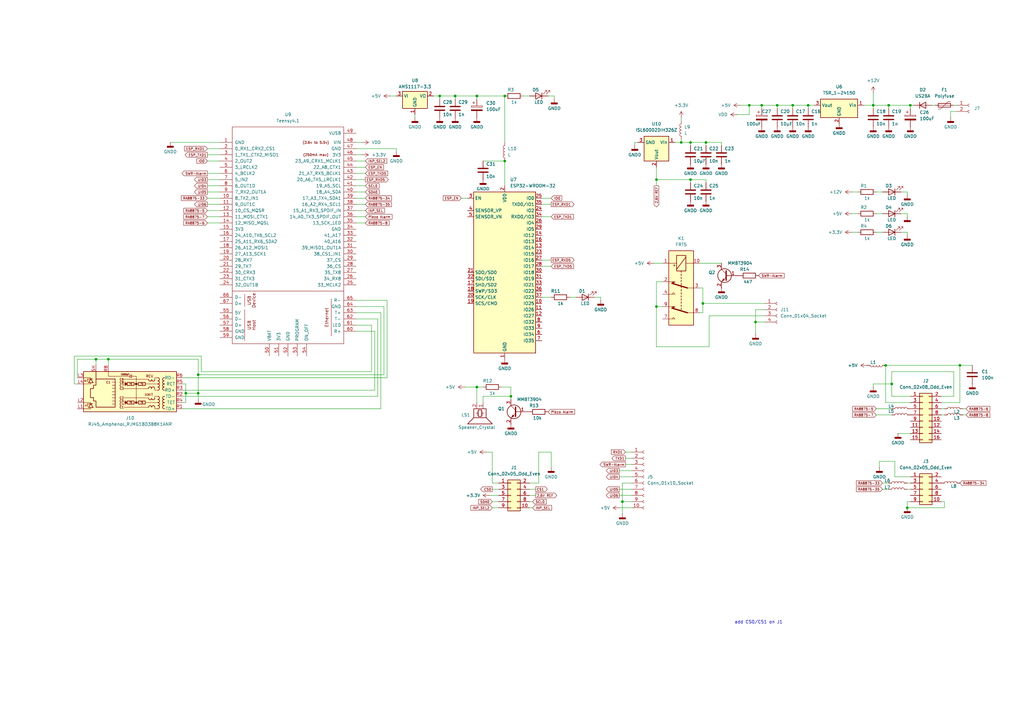
<source format=kicad_sch>
(kicad_sch (version 20231120) (generator "eeschema") (generator_version "8.0")
  (paper "A3")
  (title_block (rev "3.2"))
  (lib_symbols
    (symbol "Connector:Conn_01x02_Socket" (pin_names (offset 1.016) hide)
      (property "Reference" "J" (at 0 2.54 0))
      (property "Value" "Conn_01x02_Socket" (at 0 -5.08 0))
      (symbol "Conn_01x02_Socket_1_1"
        (pin passive line (at -5.08 0 0) (length 3.81) (name "Pin_1") (number "1"))
        (pin passive line (at -5.08 -2.54 0) (length 3.81) (name "Pin_2") (number "2"))
      )
    )
    (symbol "Connector:Conn_01x04_Socket" (pin_names (offset 1.016) hide)
      (property "Reference" "J" (at 0 5.08 0))
      (property "Value" "Conn_01x04_Socket" (at 0 -7.62 0))
      (symbol "Conn_01x04_Socket_1_1"
        (pin passive line (at -5.08 2.54 0) (length 3.81) (name "Pin_1") (number "1"))
        (pin passive line (at -5.08 0 0) (length 3.81) (name "Pin_2") (number "2"))
        (pin passive line (at -5.08 -2.54 0) (length 3.81) (name "Pin_3") (number "3"))
        (pin passive line (at -5.08 -5.08 0) (length 3.81) (name "Pin_4") (number "4"))
      )
    )
    (symbol "Connector:Conn_01x10_Socket" (pin_names (offset 1.016) hide)
      (property "Reference" "J" (at 0 12.7 0))
      (property "Value" "Conn_01x10_Socket" (at 0 -15.24 0))
      (symbol "Conn_01x10_Socket_1_1"
        (pin passive line (at -5.08 10.16 0) (length 3.81) (name "Pin_1") (number "1"))
        (pin passive line (at -5.08 -12.7 0) (length 3.81) (name "Pin_10") (number "10"))
        (pin passive line (at -5.08 7.62 0) (length 3.81) (name "Pin_2") (number "2"))
        (pin passive line (at -5.08 5.08 0) (length 3.81) (name "Pin_3") (number "3"))
        (pin passive line (at -5.08 2.54 0) (length 3.81) (name "Pin_4") (number "4"))
        (pin passive line (at -5.08 0 0) (length 3.81) (name "Pin_5") (number "5"))
        (pin passive line (at -5.08 -2.54 0) (length 3.81) (name "Pin_6") (number "6"))
        (pin passive line (at -5.08 -5.08 0) (length 3.81) (name "Pin_7") (number "7"))
        (pin passive line (at -5.08 -7.62 0) (length 3.81) (name "Pin_8") (number "8"))
        (pin passive line (at -5.08 -10.16 0) (length 3.81) (name "Pin_9") (number "9"))
      )
    )
    (symbol "Connector:RJ45_Amphenol_RJMG1BD3B8K1ANR"
      (property "Reference" "J" (at 18.415 10.16 0))
      (property "Value" "RJ45_Amphenol_RJMG1BD3B8K1ANR" (at -19.05 10.16 0))
      (symbol "RJ45_Amphenol_RJMG1BD3B8K1ANR_0_0"
        (text "C1" (at 4.699 6.985 0) (effects (font (size 0.889 0.889))))
        (text "C1" (at 10.16 -3.175 0) (effects (font (size 0.889 0.889))))
        (text "C2" (at 4.699 3.175 0) (effects (font (size 0.889 0.889))))
        (text "C3" (at 4.699 -0.635 0) (effects (font (size 0.889 0.889))))
        (text "C4" (at 4.699 5.715 0) (effects (font (size 0.889 0.889))))
        (text "C5" (at 4.699 4.445 0) (effects (font (size 0.889 0.889))))
        (text "C6" (at 4.699 -4.445 0) (effects (font (size 0.889 0.889))))
        (text "C7" (at 4.699 -1.905 0) (effects (font (size 0.889 0.889))))
        (text "C8" (at 4.699 -3.175 0) (effects (font (size 0.889 0.889))))
        (text "RCV" (at -8.255 -5.715 0) (effects (font (size 1.016 1.016)) (justify left)))
        (text "XMIT" (at -8.255 1.905 0) (effects (font (size 1.016 1.016)) (justify left)))
      )
      (symbol "RJ45_Amphenol_RJMG1BD3B8K1ANR_1_0"
        (text "1000pF" (at 3.302 -6.477 0) (effects (font (size 0.635 0.635))))
      )
      (symbol "RJ45_Amphenol_RJMG1BD3B8K1ANR_1_1"
        (text "75" (at -3.556 -2.54 0) (effects (font (size 0.635 0.635))))
        (text "75" (at -3.556 5.08 0) (effects (font (size 0.635 0.635))))
        (text "75" (at 1.016 -2.54 0) (effects (font (size 0.635 0.635))))
        (text "75" (at 1.016 5.08 0) (effects (font (size 0.635 0.635))))
        (text "G" (at 19.685 -3.81 0) (effects (font (size 0.635 0.635))))
        (text "Y" (at 19.558 6.35 0) (effects (font (size 0.635 0.635))))
        (pin passive line (at 22.86 7.62 180) (length 2.54) (name "") (number "L1"))
        (pin passive line (at 22.86 5.08 180) (length 2.54) (name "") (number "L2"))
        (pin passive line (at 22.86 -5.08 180) (length 2.54) (name "") (number "L3"))
        (pin passive line (at 22.86 -2.54 180) (length 2.54) (name "") (number "L4"))
        (pin passive line (at -20.32 7.62 0) (length 2.54) (name "TD+") (number "R1"))
        (pin passive line (at -20.32 2.54 0) (length 2.54) (name "TD-") (number "R2"))
        (pin passive line (at -20.32 0 0) (length 2.54) (name "RD+") (number "R3"))
        (pin passive line (at -20.32 5.08 0) (length 2.54) (name "TCT") (number "R4"))
        (pin passive line (at -20.32 -2.54 0) (length 2.54) (name "RCT") (number "R5"))
        (pin passive line (at -20.32 -5.08 0) (length 2.54) (name "RD-") (number "R6"))
        (pin no_connect line (at 20.32 0 0) (length 0) hide (name "NC") (number "R7"))
        (pin power_in line (at 10.16 -10.16 90) (length 2.54) (name "") (number "R8"))
        (pin passive line (at 15.24 -10.16 90) (length 2.54) (name "") (number "SH"))
      )
    )
    (symbol "Connector_Generic:Conn_02x05_Odd_Even" (pin_names (offset 1.016) hide)
      (property "Reference" "J" (at 1.27 7.62 0))
      (property "Value" "Conn_02x05_Odd_Even" (at 1.27 -7.62 0))
      (symbol "Conn_02x05_Odd_Even_1_1"
        (pin passive line (at -5.08 5.08 0) (length 3.81) (name "Pin_1") (number "1"))
        (pin passive line (at 7.62 -5.08 180) (length 3.81) (name "Pin_10") (number "10"))
        (pin passive line (at 7.62 5.08 180) (length 3.81) (name "Pin_2") (number "2"))
        (pin passive line (at -5.08 2.54 0) (length 3.81) (name "Pin_3") (number "3"))
        (pin passive line (at 7.62 2.54 180) (length 3.81) (name "Pin_4") (number "4"))
        (pin passive line (at -5.08 0 0) (length 3.81) (name "Pin_5") (number "5"))
        (pin passive line (at 7.62 0 180) (length 3.81) (name "Pin_6") (number "6"))
        (pin passive line (at -5.08 -2.54 0) (length 3.81) (name "Pin_7") (number "7"))
        (pin passive line (at 7.62 -2.54 180) (length 3.81) (name "Pin_8") (number "8"))
        (pin passive line (at -5.08 -5.08 0) (length 3.81) (name "Pin_9") (number "9"))
      )
    )
    (symbol "Connector_Generic:Conn_02x08_Odd_Even" (pin_names (offset 1.016) hide)
      (property "Reference" "J" (at 1.27 10.16 0))
      (property "Value" "Conn_02x08_Odd_Even" (at 1.27 -12.7 0))
      (symbol "Conn_02x08_Odd_Even_1_1"
        (pin passive line (at -5.08 7.62 0) (length 3.81) (name "Pin_1") (number "1"))
        (pin passive line (at 7.62 -2.54 180) (length 3.81) (name "Pin_10") (number "10"))
        (pin passive line (at -5.08 -5.08 0) (length 3.81) (name "Pin_11") (number "11"))
        (pin passive line (at 7.62 -5.08 180) (length 3.81) (name "Pin_12") (number "12"))
        (pin passive line (at -5.08 -7.62 0) (length 3.81) (name "Pin_13") (number "13"))
        (pin passive line (at 7.62 -7.62 180) (length 3.81) (name "Pin_14") (number "14"))
        (pin passive line (at -5.08 -10.16 0) (length 3.81) (name "Pin_15") (number "15"))
        (pin passive line (at 7.62 -10.16 180) (length 3.81) (name "Pin_16") (number "16"))
        (pin passive line (at 7.62 7.62 180) (length 3.81) (name "Pin_2") (number "2"))
        (pin passive line (at -5.08 5.08 0) (length 3.81) (name "Pin_3") (number "3"))
        (pin passive line (at 7.62 5.08 180) (length 3.81) (name "Pin_4") (number "4"))
        (pin passive line (at -5.08 2.54 0) (length 3.81) (name "Pin_5") (number "5"))
        (pin passive line (at 7.62 2.54 180) (length 3.81) (name "Pin_6") (number "6"))
        (pin passive line (at -5.08 0 0) (length 3.81) (name "Pin_7") (number "7"))
        (pin passive line (at 7.62 0 180) (length 3.81) (name "Pin_8") (number "8"))
        (pin passive line (at -5.08 -2.54 0) (length 3.81) (name "Pin_9") (number "9"))
      )
    )
    (symbol "Device:C" (pin_numbers hide) (pin_names (offset 0.254))
      (property "Reference" "C" (at 0.635 2.54 0))
      (property "Value" "C" (at 0.635 -2.54 0))
      (symbol "C_1_1"
        (pin passive line (at 0 3.81 270) (length 2.794) (name "~") (number "1"))
        (pin passive line (at 0 -3.81 90) (length 2.794) (name "~") (number "2"))
      )
    )
    (symbol "Device:C_Polarized" (pin_numbers hide) (pin_names (offset 0.254))
      (property "Reference" "C" (at 0.635 2.54 0))
      (property "Value" "C_Polarized" (at 0.635 -2.54 0))
      (symbol "C_Polarized_1_1"
        (pin passive line (at 0 3.81 270) (length 2.794) (name "~") (number "1"))
        (pin passive line (at 0 -3.81 90) (length 2.794) (name "~") (number "2"))
      )
    )
    (symbol "Device:L" (pin_numbers hide) (pin_names (offset 1.016) hide)
      (property "Reference" "L" (at -1.27 0 90))
      (property "Value" "L" (at 1.905 0 90))
      (symbol "L_1_1"
        (pin passive line (at 0 3.81 270) (length 1.27) (name "1") (number "1"))
        (pin passive line (at 0 -3.81 90) (length 1.27) (name "2") (number "2"))
      )
    )
    (symbol "Device:LED" (pin_numbers hide) (pin_names (offset 1.016) hide)
      (property "Reference" "D" (at 0 2.54 0))
      (property "Value" "LED" (at 0 -2.54 0))
      (symbol "LED_1_1"
        (pin passive line (at -3.81 0 0) (length 2.54) (name "K") (number "1"))
        (pin passive line (at 3.81 0 180) (length 2.54) (name "A") (number "2"))
      )
    )
    (symbol "Device:Polyfuse" (pin_numbers hide) (pin_names (offset 0))
      (property "Reference" "F" (at -2.54 0 90))
      (property "Value" "Polyfuse" (at 2.54 0 90))
      (symbol "Polyfuse_1_1"
        (pin passive line (at 0 3.81 270) (length 1.27) (name "~") (number "1"))
        (pin passive line (at 0 -3.81 90) (length 1.27) (name "~") (number "2"))
      )
    )
    (symbol "Device:Speaker_Crystal" (pin_names (offset 0) hide)
      (property "Reference" "LS" (at 0.635 5.715 0))
      (property "Value" "Speaker_Crystal" (at 0.635 3.81 0))
      (symbol "Speaker_Crystal_1_1"
        (pin input line (at -5.08 0 0) (length 2.54) (name "1") (number "1"))
        (pin input line (at -5.08 -2.54 0) (length 2.54) (name "2") (number "2"))
      )
    )
    (symbol "Diode:US2BA" (pin_numbers hide) (pin_names hide)
      (property "Reference" "D" (at 0 2.54 0))
      (property "Value" "US2BA" (at 0 -2.54 0))
      (symbol "US2BA_1_1"
        (pin passive line (at -3.81 0 0) (length 2.54) (name "K") (number "1"))
        (pin passive line (at 3.81 0 180) (length 2.54) (name "A") (number "2"))
      )
    )
    (symbol "RF_Module:ESP32-WROOM-32"
      (property "Reference" "U" (at -12.7 34.29 0))
      (property "Value" "ESP32-WROOM-32" (at 1.27 34.29 0))
      (symbol "ESP32-WROOM-32_1_1"
        (pin power_in line (at 0 -35.56 90) (length 2.54) (name "GND") (number "1"))
        (pin bidirectional line (at 15.24 -12.7 180) (length 2.54) (name "IO25") (number "10"))
        (pin bidirectional line (at 15.24 -15.24 180) (length 2.54) (name "IO26") (number "11"))
        (pin bidirectional line (at 15.24 -17.78 180) (length 2.54) (name "IO27") (number "12"))
        (pin bidirectional line (at 15.24 10.16 180) (length 2.54) (name "IO14") (number "13"))
        (pin bidirectional line (at 15.24 15.24 180) (length 2.54) (name "IO12") (number "14"))
        (pin passive line (at 0 -35.56 90) (length 2.54) hide (name "GND") (number "15"))
        (pin bidirectional line (at 15.24 12.7 180) (length 2.54) (name "IO13") (number "16"))
        (pin bidirectional line (at -15.24 -5.08 0) (length 2.54) (name "SHD/SD2") (number "17"))
        (pin bidirectional line (at -15.24 -7.62 0) (length 2.54) (name "SWP/SD3") (number "18"))
        (pin bidirectional line (at -15.24 -12.7 0) (length 2.54) (name "SCS/CMD") (number "19"))
        (pin power_in line (at 0 35.56 270) (length 2.54) (name "VDD") (number "2"))
        (pin bidirectional line (at -15.24 -10.16 0) (length 2.54) (name "SCK/CLK") (number "20"))
        (pin bidirectional line (at -15.24 0 0) (length 2.54) (name "SDO/SD0") (number "21"))
        (pin bidirectional line (at -15.24 -2.54 0) (length 2.54) (name "SDI/SD1") (number "22"))
        (pin bidirectional line (at 15.24 7.62 180) (length 2.54) (name "IO15") (number "23"))
        (pin bidirectional line (at 15.24 25.4 180) (length 2.54) (name "IO2") (number "24"))
        (pin bidirectional line (at 15.24 30.48 180) (length 2.54) (name "IO0") (number "25"))
        (pin bidirectional line (at 15.24 20.32 180) (length 2.54) (name "IO4") (number "26"))
        (pin bidirectional line (at 15.24 5.08 180) (length 2.54) (name "IO16") (number "27"))
        (pin bidirectional line (at 15.24 2.54 180) (length 2.54) (name "IO17") (number "28"))
        (pin bidirectional line (at 15.24 17.78 180) (length 2.54) (name "IO5") (number "29"))
        (pin input line (at -15.24 30.48 0) (length 2.54) (name "EN") (number "3"))
        (pin bidirectional line (at 15.24 0 180) (length 2.54) (name "IO18") (number "30"))
        (pin bidirectional line (at 15.24 -2.54 180) (length 2.54) (name "IO19") (number "31"))
        (pin no_connect line (at -12.7 -27.94 0) (length 2.54) hide (name "NC") (number "32"))
        (pin bidirectional line (at 15.24 -5.08 180) (length 2.54) (name "IO21") (number "33"))
        (pin bidirectional line (at 15.24 22.86 180) (length 2.54) (name "RXD0/IO3") (number "34"))
        (pin bidirectional line (at 15.24 27.94 180) (length 2.54) (name "TXD0/IO1") (number "35"))
        (pin bidirectional line (at 15.24 -7.62 180) (length 2.54) (name "IO22") (number "36"))
        (pin bidirectional line (at 15.24 -10.16 180) (length 2.54) (name "IO23") (number "37"))
        (pin passive line (at 0 -35.56 90) (length 2.54) hide (name "GND") (number "38"))
        (pin passive line (at 0 -35.56 90) (length 2.54) hide (name "GND") (number "39"))
        (pin input line (at -15.24 25.4 0) (length 2.54) (name "SENSOR_VP") (number "4"))
        (pin input line (at -15.24 22.86 0) (length 2.54) (name "SENSOR_VN") (number "5"))
        (pin input line (at 15.24 -25.4 180) (length 2.54) (name "IO34") (number "6"))
        (pin input line (at 15.24 -27.94 180) (length 2.54) (name "IO35") (number "7"))
        (pin bidirectional line (at 15.24 -20.32 180) (length 2.54) (name "IO32") (number "8"))
        (pin bidirectional line (at 15.24 -22.86 180) (length 2.54) (name "IO33") (number "9"))
      )
    )
    (symbol "Reference_Voltage:ISL21070CIH325Z-TK"
      (property "Reference" "U" (at -0.635 8.255 0))
      (property "Value" "ISL21070CIH325Z-TK" (at -1.905 6.35 0))
      (symbol "ISL21070CIH325Z-TK_1_1"
        (pin power_in line (at -2.54 7.62 270) (length 2.54) (name "Vin") (number "1"))
        (pin power_out line (at 7.62 0 180) (length 2.54) (name "Vout") (number "2"))
        (pin power_in line (at -2.54 -7.62 90) (length 2.54) (name "GND") (number "3"))
      )
    )
    (symbol "Regulator_Linear:AMS1117-3.3"
      (property "Reference" "U" (at -3.81 3.175 0))
      (property "Value" "AMS1117-3.3" (at 0 3.175 0))
      (symbol "AMS1117-3.3_1_1"
        (pin power_in line (at 0 -7.62 90) (length 2.54) (name "GND") (number "1"))
        (pin power_out line (at 7.62 0 180) (length 2.54) (name "VO") (number "2"))
        (pin power_in line (at -7.62 0 0) (length 2.54) (name "VI") (number "3"))
      )
    )
    (symbol "Regulator_Switching:TSR_1-24150"
      (property "Reference" "U" (at -7.62 6.35 0))
      (property "Value" "TSR_1-24150" (at -1.27 6.35 0))
      (symbol "TSR_1-24150_1_1"
        (pin power_in line (at -10.16 2.54 0) (length 2.54) (name "Vin") (number "1"))
        (pin power_in line (at 0 -5.08 90) (length 2.54) (name "GND") (number "2"))
        (pin power_out line (at 10.16 2.54 180) (length 2.54) (name "Vout") (number "3"))
      )
    )
    (symbol "Relay:FRT5"
      (property "Reference" "K" (at 16.51 3.81 0))
      (property "Value" "FRT5" (at 16.51 1.27 0))
      (symbol "FRT5_0_0"
        (text "+" (at -9.271 2.921 0) (effects (font (size 1.27 1.27))))
      )
      (symbol "FRT5_1_1"
        (pin passive line (at -10.16 7.62 270) (length 2.54) (name "~") (number "1"))
        (pin passive line (at -10.16 -7.62 90) (length 2.54) (name "~") (number "10"))
        (pin passive line (at -2.54 7.62 270) (length 2.54) (name "~") (number "2"))
        (pin passive line (at 0 -7.62 90) (length 2.54) (name "~") (number "3"))
        (pin passive line (at 2.54 7.62 270) (length 2.54) (name "~") (number "4"))
        (pin passive line (at 12.7 7.62 270) (length 2.54) (name "~") (number "7"))
        (pin passive line (at 10.16 -7.62 90) (length 2.54) (name "~") (number "8"))
        (pin passive line (at 7.62 7.62 270) (length 2.54) (name "~") (number "9"))
      )
    )
    (symbol "Transistor_BJT:MMBT3904" (pin_names (offset 0) hide)
      (property "Reference" "Q" (at 5.08 1.905 0))
      (property "Value" "MMBT3904" (at 5.08 0 0))
      (symbol "MMBT3904_1_1"
        (pin input line (at -5.08 0 0) (length 5.715) (name "B") (number "1"))
        (pin passive line (at 2.54 -5.08 90) (length 2.54) (name "E") (number "2"))
        (pin passive line (at 2.54 5.08 270) (length 2.54) (name "C") (number "3"))
      )
    )
    (symbol "dual_rotary_encoder_switch:R" (pin_numbers hide) (pin_names (offset 0))
      (property "Reference" "R" (at 2.032 0 90))
      (property "Value" "R" (at 0 0 90))
      (symbol "R_1_1"
        (pin passive line (at 0 3.81 270) (length 1.27) (name "~") (number "1"))
        (pin passive line (at 0 -3.81 90) (length 1.27) (name "~") (number "2"))
      )
    )
    (symbol "power:+12V" (power) (pin_numbers hide) (pin_names (offset 0) hide)
      (property "Value" "+12V" (at 0 3.556 0))
      (symbol "+12V_1_1"
        (pin power_in line (at 0 0 90) (length 0) (name "~") (number "1"))
      )
    )
    (symbol "power:+3.3V" (power) (pin_numbers hide) (pin_names (offset 0) hide)
      (property "Value" "+3.3V" (at 0 3.556 0))
      (symbol "+3.3V_1_1"
        (pin power_in line (at 0 0 90) (length 0) (name "~") (number "1"))
      )
    )
    (symbol "power:+5V" (power) (pin_numbers hide) (pin_names (offset 0) hide)
      (property "Value" "+5V" (at 0 3.556 0))
      (symbol "+5V_1_1"
        (pin power_in line (at 0 0 90) (length 0) (name "~") (number "1"))
      )
    )
    (symbol "power:GNDD" (power) (pin_numbers hide) (pin_names (offset 0) hide)
      (property "Value" "GNDD" (at 0 -3.175 0))
      (symbol "GNDD_1_1"
        (pin power_in line (at 0 0 270) (length 0) (name "~") (number "1"))
      )
    )
    (symbol "power:VDD" (power) (pin_numbers hide) (pin_names (offset 0) hide)
      (property "Value" "VDD" (at 0 3.556 0))
      (symbol "VDD_1_1"
        (pin power_in line (at 0 0 90) (length 0) (name "~") (number "1"))
      )
    )
    (symbol "teensy:Teensy4.1" (pin_names (offset 1.016))
      (property "Reference" "U" (at 0 64.77 0))
      (property "Value" "Teensy4.1" (at 0 62.23 0))
      (symbol "Teensy4.1_0_0"
        (text "(250mA max)" (at 11.43 49.53 0) (effects (font (size 1.016 1.016))))
        (text "(3.6v to 5.5v)" (at 11.43 54.61 0) (effects (font (size 1.016 1.016))))
        (text "Device" (at -13.97 -10.16 900) (effects (font (size 1.27 1.27))))
        (text "Ethernet" (at 15.875 -17.145 900) (effects (font (size 1.27 1.27))))
        (text "Host" (at -13.97 -20.32 900) (effects (font (size 1.27 1.27))))
        (text "USB" (at -15.875 -20.32 900) (effects (font (size 1.27 1.27))))
        (text "USB" (at -15.875 -10.16 900) (effects (font (size 1.27 1.27))))
        (pin bidirectional line (at -27.94 31.75 0) (length 5.08) (name "8_TX2_IN1") (number "10"))
        (pin bidirectional line (at -27.94 29.21 0) (length 5.08) (name "9_OUT1C") (number "11"))
        (pin bidirectional line (at -27.94 26.67 0) (length 5.08) (name "10_CS_MQSR") (number "12"))
        (pin bidirectional line (at -27.94 24.13 0) (length 5.08) (name "11_MOSI_CTX1") (number "13"))
        (pin bidirectional line (at -27.94 21.59 0) (length 5.08) (name "12_MISO_MQSL") (number "14"))
        (pin power_in line (at -27.94 19.05 0) (length 5.08) (name "3V3") (number "15"))
        (pin bidirectional line (at -27.94 16.51 0) (length 5.08) (name "24_A10_TX6_SCL2") (number "16"))
        (pin bidirectional line (at -27.94 13.97 0) (length 5.08) (name "25_A11_RX6_SDA2") (number "17"))
        (pin bidirectional line (at -27.94 11.43 0) (length 5.08) (name "26_A12_MOSI1") (number "18"))
        (pin bidirectional line (at -27.94 8.89 0) (length 5.08) (name "27_A13_SCK1") (number "19"))
        (pin bidirectional line (at -27.94 6.35 0) (length 5.08) (name "28_RX7") (number "20"))
        (pin bidirectional line (at -27.94 3.81 0) (length 5.08) (name "29_TX7") (number "21"))
        (pin bidirectional line (at -27.94 1.27 0) (length 5.08) (name "30_CRX3") (number "22"))
        (pin bidirectional line (at -27.94 -1.27 0) (length 5.08) (name "31_CTX3") (number "23"))
        (pin bidirectional line (at -27.94 -3.81 0) (length 5.08) (name "32_OUT1B") (number "24"))
        (pin bidirectional line (at 27.94 -3.81 180) (length 5.08) (name "33_MCLK2") (number "25"))
        (pin bidirectional line (at 27.94 -1.27 180) (length 5.08) (name "34_RX8") (number "26"))
        (pin bidirectional line (at 27.94 1.27 180) (length 5.08) (name "35_TX8") (number "27"))
        (pin bidirectional line (at 27.94 3.81 180) (length 5.08) (name "36_CS") (number "28"))
        (pin bidirectional line (at 27.94 6.35 180) (length 5.08) (name "37_CS") (number "29"))
        (pin bidirectional line (at 27.94 8.89 180) (length 5.08) (name "38_CS1_IN1") (number "30"))
        (pin bidirectional line (at 27.94 11.43 180) (length 5.08) (name "39_MISO1_OUT1A") (number "31"))
        (pin bidirectional line (at 27.94 13.97 180) (length 5.08) (name "40_A16") (number "32"))
        (pin bidirectional line (at 27.94 16.51 180) (length 5.08) (name "41_A17") (number "33"))
        (pin bidirectional line (at 27.94 21.59 180) (length 5.08) (name "13_SCK_LED") (number "35"))
        (pin bidirectional line (at 27.94 24.13 180) (length 5.08) (name "14_A0_TX3_SPDIF_OUT") (number "36"))
        (pin bidirectional line (at 27.94 26.67 180) (length 5.08) (name "15_A1_RX3_SPDIF_IN") (number "37"))
        (pin bidirectional line (at 27.94 29.21 180) (length 5.08) (name "16_A2_RX4_SCL1") (number "38"))
        (pin bidirectional line (at 27.94 31.75 180) (length 5.08) (name "17_A3_TX4_SDA1") (number "39"))
        (pin bidirectional line (at 27.94 34.29 180) (length 5.08) (name "18_A4_SDA") (number "40"))
        (pin bidirectional line (at 27.94 36.83 180) (length 5.08) (name "19_A5_SCL") (number "41"))
        (pin bidirectional line (at 27.94 39.37 180) (length 5.08) (name "20_A6_TX5_LRCLK1") (number "42"))
        (pin bidirectional line (at 27.94 41.91 180) (length 5.08) (name "21_A7_RX5_BCLK1") (number "43"))
        (pin bidirectional line (at 27.94 44.45 180) (length 5.08) (name "22_A8_CTX1") (number "44"))
        (pin bidirectional line (at 27.94 46.99 180) (length 5.08) (name "23_A9_CRX1_MCLK1") (number "45"))
        (pin output line (at 27.94 49.53 180) (length 5.08) (name "3V3") (number "46"))
        (pin output line (at 27.94 52.07 180) (length 5.08) (name "GND") (number "47"))
        (pin power_in line (at 27.94 54.61 180) (length 5.08) (name "VIN") (number "48"))
        (pin power_out line (at 27.94 58.42 180) (length 5.08) (name "VUSB") (number "49"))
        (pin bidirectional line (at -27.94 44.45 0) (length 5.08) (name "3_LRCLK2") (number "5"))
        (pin power_in line (at -7.62 -33.02 90) (length 5.08) (name "VBAT") (number "50"))
        (pin power_in line (at -3.81 -33.02 90) (length 5.08) (name "3V3") (number "51"))
        (pin input line (at 0 -33.02 90) (length 5.08) (name "GND") (number "52"))
        (pin input line (at 3.81 -33.02 90) (length 5.08) (name "PROGRAM") (number "53"))
        (pin input line (at 7.62 -33.02 90) (length 5.08) (name "ON_OFF") (number "54"))
        (pin power_out line (at -27.94 -15.24 0) (length 5.08) (name "5V") (number "55"))
        (pin bidirectional line (at -27.94 -17.78 0) (length 5.08) (name "D-") (number "56"))
        (pin bidirectional line (at -27.94 -20.32 0) (length 5.08) (name "D+") (number "57"))
        (pin power_in line (at -27.94 -22.86 0) (length 5.08) (name "GND") (number "58"))
        (pin power_in line (at -27.94 -25.4 0) (length 5.08) (name "GND") (number "59"))
        (pin bidirectional line (at -27.94 41.91 0) (length 5.08) (name "4_BCLK2") (number "6"))
        (pin bidirectional line (at 27.94 -22.86 180) (length 5.08) (name "R+") (number "60"))
        (pin bidirectional line (at 27.94 -20.32 180) (length 5.08) (name "LED") (number "61"))
        (pin bidirectional line (at 27.94 -17.78 180) (length 5.08) (name "T-") (number "62"))
        (pin bidirectional line (at 27.94 -15.24 180) (length 5.08) (name "T+") (number "63"))
        (pin power_in line (at 27.94 -12.7 180) (length 5.08) (name "GND") (number "64"))
        (pin bidirectional line (at 27.94 -10.16 180) (length 5.08) (name "R-") (number "65"))
        (pin bidirectional line (at -27.94 -8.89 0) (length 5.08) (name "D-") (number "66"))
        (pin bidirectional line (at -27.94 -11.43 0) (length 5.08) (name "D+") (number "67"))
        (pin bidirectional line (at -27.94 39.37 0) (length 5.08) (name "5_IN2") (number "7"))
        (pin bidirectional line (at -27.94 36.83 0) (length 5.08) (name "6_OUT1D") (number "8"))
        (pin bidirectional line (at -27.94 34.29 0) (length 5.08) (name "7_RX2_OUT1A") (number "9"))
      )
      (symbol "Teensy4.1_1_1"
        (pin power_in line (at -27.94 54.61 0) (length 5.08) (name "GND") (number "1"))
        (pin bidirectional line (at -27.94 52.07 0) (length 5.08) (name "0_RX1_CRX2_CS1") (number "2"))
        (pin bidirectional line (at -27.94 49.53 0) (length 5.08) (name "1_TX1_CTX2_MISO1") (number "3"))
        (pin power_in line (at 27.94 19.05 180) (length 5.08) (name "GND") (number "34"))
        (pin bidirectional line (at -27.94 46.99 0) (length 5.08) (name "2_OUT2") (number "4"))
      )
    )
  )
  (junction (at 372.11 208.28))
  (junction (at 186.69 39.37))
  (junction (at 325.12 43.18))
  (junction (at 283.21 73.66))
  (junction (at 81.28 153.67))
  (junction (at 76.2 161.29))
  (junction (at 288.29 124.46))
  (junction (at 39.37 147.32))
  (junction (at 195.58 39.37))
  (junction (at 207.01 66.04))
  (junction (at 279.4 58.42))
  (junction (at 364.49 43.18))
  (junction (at 318.77 43.18))
  (junction (at 195.58 158.75))
  (junction (at 255.27 205.74))
  (junction (at 373.38 43.18))
  (junction (at 207.01 39.37))
  (junction (at 331.47 43.18))
  (junction (at 312.42 43.18))
  (junction (at 365.76 157.48))
  (junction (at 81.28 161.29))
  (junction (at 269.24 125.73))
  (junction (at 269.24 73.66))
  (junction (at 358.14 43.18))
  (junction (at 309.88 132.08))
  (junction (at 209.55 162.56))
  (junction (at 283.21 58.42))
  (junction (at 289.56 58.42))
  (junction (at 393.7 149.86))
  (junction (at 363.22 149.86))
  (junction (at 307.34 43.18))
  (junction (at 180.34 39.37))
  (junction (at 44.45 147.32))
  (wire (pts (xy 205.74 158.75) (xy 209.55 158.75)))
  (wire (pts (xy 255.27 198.12) (xy 255.27 205.74)))
  (wire (pts (xy 283.21 73.66) (xy 289.56 73.66)))
  (wire (pts (xy 365.76 162.56) (xy 365.76 157.48)))
  (wire (pts (xy 243.84 121.92) (xy 246.38 121.92)))
  (wire (pts (xy 217.17 208.28) (xy 218.44 208.28)))
  (wire (pts (xy 222.25 121.92) (xy 226.06 121.92)))
  (wire (pts (xy 44.45 147.32) (xy 81.28 147.32)))
  (wire (pts (xy 201.93 205.74) (xy 204.47 205.74)))
  (wire (pts (xy 254 203.2) (xy 259.08 203.2)))
  (wire (pts (xy 157.48 153.67) (xy 81.28 153.67)))
  (wire (pts (xy 146.05 63.5) (xy 148.59 63.5)))
  (wire (pts (xy 200.66 203.2) (xy 204.47 203.2)))
  (wire (pts (xy 222.25 106.68) (xy 226.06 106.68)))
  (wire (pts (xy 307.34 46.99) (xy 307.34 43.18)))
  (wire (pts (xy 389.89 45.72) (xy 389.89 48.26)))
  (wire (pts (xy 149.86 86.36) (xy 146.05 86.36)))
  (wire (pts (xy 260.35 58.42) (xy 260.35 59.69)))
  (wire (pts (xy 290.83 129.54) (xy 290.83 142.24)))
  (wire (pts (xy 269.24 68.58) (xy 269.24 73.66)))
  (wire (pts (xy 349.25 95.25) (xy 351.79 95.25)))
  (wire (pts (xy 372.11 208.28) (xy 387.35 208.28)))
  (wire (pts (xy 325.12 43.18) (xy 325.12 44.45)))
  (wire (pts (xy 372.11 78.74) (xy 372.11 80.01)))
  (wire (pts (xy 160.02 39.37) (xy 162.56 39.37)))
  (wire (pts (xy 153.67 135.89) (xy 153.67 160.02)))
  (wire (pts (xy 76.2 161.29) (xy 76.2 157.48)))
  (wire (pts (xy 309.88 127) (xy 309.88 132.08)))
  (wire (pts (xy 394.97 167.64) (xy 396.24 167.64)))
  (wire (pts (xy 358.14 43.18) (xy 364.49 43.18)))
  (wire (pts (xy 149.86 78.74) (xy 146.05 78.74)))
  (wire (pts (xy 85.09 63.5) (xy 90.17 63.5)))
  (wire (pts (xy 85.09 66.04) (xy 90.17 66.04)))
  (wire (pts (xy 365.76 157.48) (xy 365.76 152.4)))
  (wire (pts (xy 373.38 43.18) (xy 373.38 44.45)))
  (wire (pts (xy 302.26 46.99) (xy 307.34 46.99)))
  (wire (pts (xy 288.29 128.27) (xy 288.29 124.46)))
  (wire (pts (xy 288.29 124.46) (xy 313.69 124.46)))
  (wire (pts (xy 369.57 95.25) (xy 372.11 95.25)))
  (wire (pts (xy 149.86 91.44) (xy 146.05 91.44)))
  (wire (pts (xy 81.28 153.67) (xy 81.28 161.29)))
  (wire (pts (xy 74.93 162.56) (xy 154.94 162.56)))
  (wire (pts (xy 372.11 205.74) (xy 372.11 208.28)))
  (wire (pts (xy 149.86 76.2) (xy 146.05 76.2)))
  (wire (pts (xy 201.93 185.42) (xy 201.93 198.12)))
  (wire (pts (xy 201.93 200.66) (xy 204.47 200.66)))
  (wire (pts (xy 287.02 118.11) (xy 288.29 118.11)))
  (wire (pts (xy 363.22 149.86) (xy 393.7 149.86)))
  (wire (pts (xy 358.14 38.1) (xy 358.14 43.18)))
  (wire (pts (xy 44.45 149.86) (xy 44.45 147.32)))
  (wire (pts (xy 226.06 185.42) (xy 226.06 191.77)))
  (wire (pts (xy 269.24 142.24) (xy 290.83 142.24)))
  (wire (pts (xy 334.01 43.18) (xy 331.47 43.18)))
  (wire (pts (xy 85.09 83.82) (xy 90.17 83.82)))
  (wire (pts (xy 254 193.04) (xy 259.08 193.04)))
  (wire (pts (xy 255.27 205.74) (xy 255.27 210.82)))
  (wire (pts (xy 39.37 147.32) (xy 31.75 147.32)))
  (wire (pts (xy 85.09 81.28) (xy 90.17 81.28)))
  (wire (pts (xy 158.75 123.19) (xy 146.05 123.19)))
  (wire (pts (xy 31.75 157.48) (xy 30.48 157.48)))
  (wire (pts (xy 85.09 88.9) (xy 90.17 88.9)))
  (wire (pts (xy 146.05 125.73) (xy 157.48 125.73)))
  (wire (pts (xy 158.75 154.94) (xy 158.75 123.19)))
  (wire (pts (xy 146.05 71.12) (xy 149.86 71.12)))
  (wire (pts (xy 287.02 107.95) (xy 295.91 107.95)))
  (wire (pts (xy 76.2 161.29) (xy 81.28 161.29)))
  (wire (pts (xy 222.25 81.28) (xy 226.06 81.28)))
  (wire (pts (xy 31.75 147.32) (xy 31.75 154.94)))
  (wire (pts (xy 157.48 125.73) (xy 157.48 153.67)))
  (wire (pts (xy 259.08 198.12) (xy 255.27 198.12)))
  (wire (pts (xy 76.2 165.1) (xy 76.2 161.29)))
  (wire (pts (xy 364.49 43.18) (xy 364.49 44.45)))
  (wire (pts (xy 85.09 60.96) (xy 90.17 60.96)))
  (wire (pts (xy 261.62 58.42) (xy 260.35 58.42)))
  (wire (pts (xy 387.35 170.18) (xy 386.08 170.18)))
  (wire (pts (xy 146.05 58.42) (xy 148.59 58.42)))
  (wire (pts (xy 209.55 158.75) (xy 209.55 162.56)))
  (wire (pts (xy 224.79 39.37) (xy 227.33 39.37)))
  (wire (pts (xy 152.4 133.35) (xy 146.05 133.35)))
  (wire (pts (xy 372.11 95.25) (xy 372.11 96.52)))
  (wire (pts (xy 367.03 189.23) (xy 367.03 195.58)))
  (wire (pts (xy 207.01 66.04) (xy 207.01 76.2)))
  (wire (pts (xy 369.57 78.74) (xy 372.11 78.74)))
  (wire (pts (xy 372.11 200.66) (xy 373.38 200.66)))
  (wire (pts (xy 254 195.58) (xy 259.08 195.58)))
  (wire (pts (xy 387.35 205.74) (xy 386.08 205.74)))
  (wire (pts (xy 312.42 43.18) (xy 312.42 44.45)))
  (wire (pts (xy 227.33 39.37) (xy 227.33 40.64)))
  (wire (pts (xy 85.09 78.74) (xy 90.17 78.74)))
  (wire (pts (xy 85.09 91.44) (xy 90.17 91.44)))
  (wire (pts (xy 256.54 187.96) (xy 259.08 187.96)))
  (wire (pts (xy 177.8 39.37) (xy 180.34 39.37)))
  (wire (pts (xy 269.24 73.66) (xy 269.24 76.2)))
  (wire (pts (xy 267.97 107.95) (xy 271.78 107.95)))
  (wire (pts (xy 360.68 191.77) (xy 360.68 189.23)))
  (wire (pts (xy 217.17 205.74) (xy 218.44 205.74)))
  (wire (pts (xy 363.22 165.1) (xy 363.22 149.86)))
  (wire (pts (xy 146.05 73.66) (xy 149.86 73.66)))
  (wire (pts (xy 269.24 125.73) (xy 271.78 125.73)))
  (wire (pts (xy 276.86 58.42) (xy 279.4 58.42)))
  (wire (pts (xy 365.76 167.64) (xy 359.41 167.64)))
  (wire (pts (xy 146.05 88.9) (xy 149.86 88.9)))
  (wire (pts (xy 312.42 43.18) (xy 318.77 43.18)))
  (wire (pts (xy 85.09 73.66) (xy 90.17 73.66)))
  (wire (pts (xy 76.2 157.48) (xy 74.93 157.48)))
  (wire (pts (xy 39.37 147.32) (xy 39.37 149.86)))
  (wire (pts (xy 394.97 170.18) (xy 396.24 170.18)))
  (wire (pts (xy 365.76 170.18) (xy 359.41 170.18)))
  (wire (pts (xy 82.55 152.4) (xy 152.4 152.4)))
  (wire (pts (xy 222.25 83.82) (xy 226.06 83.82)))
  (wire (pts (xy 360.68 189.23) (xy 367.03 189.23)))
  (wire (pts (xy 283.21 58.42) (xy 289.56 58.42)))
  (wire (pts (xy 295.91 58.42) (xy 295.91 59.69)))
  (wire (pts (xy 283.21 58.42) (xy 283.21 59.69)))
  (wire (pts (xy 269.24 125.73) (xy 269.24 142.24)))
  (wire (pts (xy 146.05 68.58) (xy 149.86 68.58)))
  (wire (pts (xy 254 208.28) (xy 259.08 208.28)))
  (wire (pts (xy 190.5 158.75) (xy 195.58 158.75)))
  (wire (pts (xy 288.29 124.46) (xy 288.29 118.11)))
  (wire (pts (xy 152.4 152.4) (xy 152.4 133.35)))
  (wire (pts (xy 279.4 58.42) (xy 283.21 58.42)))
  (wire (pts (xy 369.57 87.63) (xy 372.11 87.63)))
  (wire (pts (xy 331.47 43.18) (xy 331.47 44.45)))
  (wire (pts (xy 289.56 58.42) (xy 295.91 58.42)))
  (wire (pts (xy 186.69 39.37) (xy 186.69 40.64)))
  (wire (pts (xy 289.56 58.42) (xy 289.56 59.69)))
  (wire (pts (xy 391.16 162.56) (xy 386.08 162.56)))
  (wire (pts (xy 391.16 43.18) (xy 392.43 43.18)))
  (wire (pts (xy 170.18 48.26) (xy 170.18 46.99)))
  (wire (pts (xy 359.41 87.63) (xy 361.95 87.63)))
  (wire (pts (xy 256.54 190.5) (xy 259.08 190.5)))
  (wire (pts (xy 254 200.66) (xy 259.08 200.66)))
  (wire (pts (xy 393.7 149.86) (xy 398.78 149.86)))
  (wire (pts (xy 201.93 208.28) (xy 204.47 208.28)))
  (wire (pts (xy 154.94 162.56) (xy 154.94 130.81)))
  (wire (pts (xy 214.63 39.37) (xy 217.17 39.37)))
  (wire (pts (xy 149.86 81.28) (xy 146.05 81.28)))
  (wire (pts (xy 387.35 167.64) (xy 386.08 167.64)))
  (wire (pts (xy 349.25 78.74) (xy 351.79 78.74)))
  (wire (pts (xy 198.12 162.56) (xy 209.55 162.56)))
  (wire (pts (xy 146.05 128.27) (xy 156.21 128.27)))
  (wire (pts (xy 373.38 43.18) (xy 374.65 43.18)))
  (wire (pts (xy 195.58 158.75) (xy 195.58 165.1)))
  (wire (pts (xy 233.68 121.92) (xy 236.22 121.92)))
  (wire (pts (xy 85.09 76.2) (xy 90.17 76.2)))
  (wire (pts (xy 153.67 160.02) (xy 74.93 160.02)))
  (wire (pts (xy 220.98 185.42) (xy 220.98 198.12)))
  (wire (pts (xy 246.38 121.92) (xy 246.38 123.19)))
  (wire (pts (xy 349.25 87.63) (xy 351.79 87.63)))
  (wire (pts (xy 283.21 73.66) (xy 283.21 74.93)))
  (wire (pts (xy 217.17 198.12) (xy 220.98 198.12)))
  (wire (pts (xy 373.38 162.56) (xy 365.76 162.56)))
  (wire (pts (xy 358.14 157.48) (xy 365.76 157.48)))
  (wire (pts (xy 256.54 185.42) (xy 259.08 185.42)))
  (wire (pts (xy 365.76 152.4) (xy 391.16 152.4)))
  (wire (pts (xy 279.4 57.15) (xy 279.4 58.42)))
  (wire (pts (xy 156.21 167.64) (xy 74.93 167.64)))
  (wire (pts (xy 372.11 198.12) (xy 373.38 198.12)))
  (wire (pts (xy 359.41 78.74) (xy 361.95 78.74)))
  (wire (pts (xy 217.17 200.66) (xy 219.71 200.66)))
  (wire (pts (xy 81.28 161.29) (xy 81.28 163.83)))
  (wire (pts (xy 372.11 87.63) (xy 372.11 88.9)))
  (wire (pts (xy 354.33 43.18) (xy 358.14 43.18)))
  (wire (pts (xy 287.02 128.27) (xy 288.29 128.27)))
  (wire (pts (xy 195.58 39.37) (xy 207.01 39.37)))
  (wire (pts (xy 222.25 88.9) (xy 226.06 88.9)))
  (wire (pts (xy 149.86 83.82) (xy 146.05 83.82)))
  (wire (pts (xy 392.43 45.72) (xy 389.89 45.72)))
  (wire (pts (xy 204.47 198.12) (xy 201.93 198.12)))
  (wire (pts (xy 318.77 43.18) (xy 325.12 43.18)))
  (wire (pts (xy 307.34 43.18) (xy 312.42 43.18)))
  (wire (pts (xy 393.7 149.86) (xy 393.7 165.1)))
  (wire (pts (xy 387.35 208.28) (xy 387.35 205.74)))
  (wire (pts (xy 382.27 43.18) (xy 383.54 43.18)))
  (wire (pts (xy 309.88 132.08) (xy 309.88 137.16)))
  (wire (pts (xy 198.12 165.1) (xy 198.12 162.56)))
  (wire (pts (xy 198.12 66.04) (xy 207.01 66.04)))
  (wire (pts (xy 368.3 177.8) (xy 373.38 177.8)))
  (wire (pts (xy 156.21 128.27) (xy 156.21 167.64)))
  (wire (pts (xy 30.48 157.48) (xy 30.48 146.05)))
  (wire (pts (xy 162.56 60.96) (xy 162.56 62.23)))
  (wire (pts (xy 358.14 157.48) (xy 358.14 158.75)))
  (wire (pts (xy 255.27 205.74) (xy 259.08 205.74)))
  (wire (pts (xy 209.55 162.56) (xy 209.55 163.83)))
  (wire (pts (xy 269.24 115.57) (xy 269.24 125.73)))
  (wire (pts (xy 313.69 127) (xy 309.88 127)))
  (wire (pts (xy 289.56 73.66) (xy 289.56 74.93)))
  (wire (pts (xy 207.01 39.37) (xy 207.01 58.42)))
  (wire (pts (xy 82.55 146.05) (xy 82.55 152.4)))
  (wire (pts (xy 318.77 43.18) (xy 318.77 44.45)))
  (wire (pts (xy 222.25 109.22) (xy 226.06 109.22)))
  (wire (pts (xy 269.24 73.66) (xy 283.21 73.66)))
  (wire (pts (xy 373.38 165.1) (xy 363.22 165.1)))
  (wire (pts (xy 30.48 146.05) (xy 82.55 146.05)))
  (wire (pts (xy 146.05 135.89) (xy 153.67 135.89)))
  (wire (pts (xy 85.09 71.12) (xy 90.17 71.12)))
  (wire (pts (xy 201.93 185.42) (xy 199.39 185.42)))
  (wire (pts (xy 85.09 86.36) (xy 90.17 86.36)))
  (wire (pts (xy 198.12 158.75) (xy 195.58 158.75)))
  (wire (pts (xy 74.93 154.94) (xy 158.75 154.94)))
  (wire (pts (xy 364.49 200.66) (xy 361.95 200.66)))
  (wire (pts (xy 303.53 43.18) (xy 307.34 43.18)))
  (wire (pts (xy 313.69 129.54) (xy 290.83 129.54)))
  (wire (pts (xy 81.28 147.32) (xy 81.28 153.67)))
  (wire (pts (xy 220.98 185.42) (xy 226.06 185.42)))
  (wire (pts (xy 74.93 165.1) (xy 76.2 165.1)))
  (wire (pts (xy 195.58 39.37) (xy 195.58 40.64)))
  (wire (pts (xy 186.69 39.37) (xy 195.58 39.37)))
  (wire (pts (xy 189.23 81.28) (xy 191.77 81.28)))
  (wire (pts (xy 367.03 195.58) (xy 373.38 195.58)))
  (wire (pts (xy 146.05 60.96) (xy 162.56 60.96)))
  (wire (pts (xy 364.49 43.18) (xy 373.38 43.18)))
  (wire (pts (xy 309.88 132.08) (xy 313.69 132.08)))
  (wire (pts (xy 358.14 43.18) (xy 358.14 44.45)))
  (wire (pts (xy 373.38 205.74) (xy 372.11 205.74)))
  (wire (pts (xy 180.34 39.37) (xy 180.34 40.64)))
  (wire (pts (xy 391.16 152.4) (xy 391.16 162.56)))
  (wire (pts (xy 271.78 115.57) (xy 269.24 115.57)))
  (wire (pts (xy 279.4 48.26) (xy 279.4 49.53)))
  (wire (pts (xy 359.41 95.25) (xy 361.95 95.25)))
  (wire (pts (xy 69.85 58.42) (xy 90.17 58.42)))
  (wire (pts (xy 180.34 39.37) (xy 186.69 39.37)))
  (wire (pts (xy 217.17 203.2) (xy 219.71 203.2)))
  (wire (pts (xy 154.94 130.81) (xy 146.05 130.81)))
  (wire (pts (xy 44.45 147.32) (xy 39.37 147.32)))
  (wire (pts (xy 364.49 198.12) (xy 361.95 198.12)))
  (wire (pts (xy 325.12 43.18) (xy 331.47 43.18)))
  (wire (pts (xy 146.05 66.04) (xy 149.86 66.04)))
  (wire (pts (xy 393.7 165.1) (xy 386.08 165.1)))
  (text "add CS0/CS1 on J1" (at 311.15 255.27 0) (effects (font (size 1.27 1.27))))
  (global_label "UI04" (shape output) (at 254 195.58 180) (effects (font (size 1 1))) (property "Intersheetrefs" "${INTERSHEET_REFS}" (effects (hide yes))))
  (global_label "RA8875-33" (shape input) (at 85.09 81.28 180) (effects (font (size 1 1))) (property "Intersheetrefs" "${INTERSHEET_REFS}" (effects (hide yes))))
  (global_label "TXD1" (shape output) (at 256.54 187.96 180) (effects (font (size 1 1))) (property "Intersheetrefs" "${INTERSHEET_REFS}" (effects (hide yes))))
  (global_label "ESP_RXD5" (shape output) (at 149.86 73.66 0) (effects (font (size 1 1))) (property "Intersheetrefs" "${INTERSHEET_REFS}" (effects (hide yes))))
  (global_label "RA8875-8" (shape input) (at 396.24 170.18 0) (effects (font (size 1 1))) (property "Intersheetrefs" "${INTERSHEET_REFS}" (effects (hide yes))))
  (global_label "ESP_RXD1" (shape input) (at 85.09 60.96 180) (effects (font (size 1 1))) (property "Intersheetrefs" "${INTERSHEET_REFS}" (effects (hide yes))))
  (global_label "RA8875-8" (shape input) (at 149.86 91.44 0) (effects (font (size 1 1))) (property "Intersheetrefs" "${INTERSHEET_REFS}" (effects (hide yes))))
  (global_label "2,6V REF" (shape output) (at 269.24 76.2 270) (effects (font (size 1 1))) (property "Intersheetrefs" "${INTERSHEET_REFS}" (effects (hide yes))))
  (global_label "RA8875-33" (shape input) (at 361.95 198.12 180) (effects (font (size 1 1))) (property "Intersheetrefs" "${INTERSHEET_REFS}" (effects (hide yes))))
  (global_label "CS1" (shape output) (at 219.71 200.66 0) (effects (font (size 1 1))) (property "Intersheetrefs" "${INTERSHEET_REFS}" (effects (hide yes))))
  (global_label "INP_SEL2" (shape input) (at 149.86 66.04 0) (effects (font (size 1 1))) (property "Intersheetrefs" "${INTERSHEET_REFS}" (effects (hide yes))))
  (global_label "SWR-Alarm" (shape output) (at 256.54 190.5 180) (effects (font (size 1 1))) (property "Intersheetrefs" "${INTERSHEET_REFS}" (effects (hide yes))))
  (global_label "ESP_TXD5" (shape input) (at 149.86 71.12 0) (effects (font (size 1 1))) (property "Intersheetrefs" "${INTERSHEET_REFS}" (effects (hide yes))))
  (global_label "UI04" (shape output) (at 85.09 76.2 180) (effects (font (size 1 1))) (property "Intersheetrefs" "${INTERSHEET_REFS}" (effects (hide yes))))
  (global_label "IO0" (shape input) (at 226.06 81.28 0) (effects (font (size 1 1))) (property "Intersheetrefs" "${INTERSHEET_REFS}" (effects (hide yes))))
  (global_label "RA8875-7" (shape input) (at 359.41 170.18 180) (effects (font (size 1 1))) (property "Intersheetrefs" "${INTERSHEET_REFS}" (effects (hide yes))))
  (global_label "RA8875-35" (shape input) (at 149.86 83.82 0) (effects (font (size 1 1))) (property "Intersheetrefs" "${INTERSHEET_REFS}" (effects (hide yes))))
  (global_label "ESP_EN" (shape input) (at 189.23 81.28 180) (effects (font (size 1 1))) (property "Intersheetrefs" "${INTERSHEET_REFS}" (effects (hide yes))))
  (global_label "SWR-Alarm" (shape output) (at 85.09 71.12 180) (effects (font (size 1 1))) (property "Intersheetrefs" "${INTERSHEET_REFS}" (effects (hide yes))))
  (global_label "UI05" (shape output) (at 85.09 78.74 180) (effects (font (size 1 1))) (property "Intersheetrefs" "${INTERSHEET_REFS}" (effects (hide yes))))
  (global_label "ESP_RXD1" (shape output) (at 226.06 83.82 0) (effects (font (size 1 1))) (property "Intersheetrefs" "${INTERSHEET_REFS}" (effects (hide yes))))
  (global_label "Piezo Alarm" (shape input) (at 224.79 168.91 0) (effects (font (size 1 1))) (property "Intersheetrefs" "${INTERSHEET_REFS}" (effects (hide yes))))
  (global_label "INP_SEL2" (shape input) (at 201.93 208.28 180) (effects (font (size 1 1))) (property "Intersheetrefs" "${INTERSHEET_REFS}" (effects (hide yes))))
  (global_label "SDA0" (shape input) (at 149.86 78.74 0) (effects (font (size 1 1))) (property "Intersheetrefs" "${INTERSHEET_REFS}" (effects (hide yes))))
  (global_label "UI03" (shape output) (at 85.09 73.66 180) (effects (font (size 1 1))) (property "Intersheetrefs" "${INTERSHEET_REFS}" (effects (hide yes))))
  (global_label "RA8875-35" (shape input) (at 361.95 200.66 180) (effects (font (size 1 1))) (property "Intersheetrefs" "${INTERSHEET_REFS}" (effects (hide yes))))
  (global_label "RA8875-34" (shape input) (at 393.7 198.12 0) (effects (font (size 1 1))) (property "Intersheetrefs" "${INTERSHEET_REFS}" (effects (hide yes))))
  (global_label "ESP_TXD1" (shape output) (at 85.09 63.5 180) (effects (font (size 1 1))) (property "Intersheetrefs" "${INTERSHEET_REFS}" (effects (hide yes))))
  (global_label "ESP_TXD1" (shape input) (at 226.06 88.9 0) (effects (font (size 1 1))) (property "Intersheetrefs" "${INTERSHEET_REFS}" (effects (hide yes))))
  (global_label "RA8875-34" (shape input) (at 149.86 81.28 0) (effects (font (size 1 1))) (property "Intersheetrefs" "${INTERSHEET_REFS}" (effects (hide yes))))
  (global_label "RA8875-6" (shape input) (at 85.09 91.44 180) (effects (font (size 1 1))) (property "Intersheetrefs" "${INTERSHEET_REFS}" (effects (hide yes))))
  (global_label "RA8875-5" (shape input) (at 85.09 86.36 180) (effects (font (size 1 1))) (property "Intersheetrefs" "${INTERSHEET_REFS}" (effects (hide yes))))
  (global_label "RA8875-6" (shape input) (at 396.24 167.64 0) (effects (font (size 1 1))) (property "Intersheetrefs" "${INTERSHEET_REFS}" (effects (hide yes))))
  (global_label "INP_SEL" (shape input) (at 218.44 208.28 0) (effects (font (size 1 1))) (property "Intersheetrefs" "${INTERSHEET_REFS}" (effects (hide yes))))
  (global_label "INP_SEL" (shape input) (at 149.86 86.36 0) (effects (font (size 1 1))) (property "Intersheetrefs" "${INTERSHEET_REFS}" (effects (hide yes))))
  (global_label "Piezo Alarm" (shape input) (at 149.86 88.9 0) (effects (font (size 1 1))) (property "Intersheetrefs" "${INTERSHEET_REFS}" (effects (hide yes))))
  (global_label "RXD1" (shape input) (at 256.54 185.42 180) (effects (font (size 1 1))) (property "Intersheetrefs" "${INTERSHEET_REFS}" (effects (hide yes))))
  (global_label "SWR-Alarm" (shape input) (at 311.15 113.03 0) (effects (font (size 1 1))) (property "Intersheetrefs" "${INTERSHEET_REFS}" (effects (hide yes))))
  (global_label "UI03" (shape output) (at 254 193.04 180) (effects (font (size 1 1))) (property "Intersheetrefs" "${INTERSHEET_REFS}" (effects (hide yes))))
  (global_label "CS0" (shape output) (at 201.93 200.66 180) (effects (font (size 1 1))) (property "Intersheetrefs" "${INTERSHEET_REFS}" (effects (hide yes))))
  (global_label "UI05" (shape output) (at 254 200.66 180) (effects (font (size 1 1))) (property "Intersheetrefs" "${INTERSHEET_REFS}" (effects (hide yes))))
  (global_label "ESP_EN" (shape input) (at 149.86 68.58 0) (effects (font (size 1 1))) (property "Intersheetrefs" "${INTERSHEET_REFS}" (effects (hide yes))))
  (global_label "SCL0" (shape input) (at 218.44 205.74 0) (effects (font (size 1 1))) (property "Intersheetrefs" "${INTERSHEET_REFS}" (effects (hide yes))))
  (global_label "UI06" (shape output) (at 85.09 83.82 180) (effects (font (size 1 1))) (property "Intersheetrefs" "${INTERSHEET_REFS}" (effects (hide yes))))
  (global_label "ESP_TXD5" (shape input) (at 226.06 109.22 0) (effects (font (size 1 1))) (property "Intersheetrefs" "${INTERSHEET_REFS}" (effects (hide yes))))
  (global_label "UI06" (shape output) (at 254 203.2 180) (effects (font (size 1 1))) (property "Intersheetrefs" "${INTERSHEET_REFS}" (effects (hide yes))))
  (global_label "IO0" (shape input) (at 85.09 66.04 180) (effects (font (size 1 1))) (property "Intersheetrefs" "${INTERSHEET_REFS}" (effects (hide yes))))
  (global_label "ESP_RXD5" (shape output) (at 226.06 106.68 0) (effects (font (size 1 1))) (property "Intersheetrefs" "${INTERSHEET_REFS}" (effects (hide yes))))
  (global_label "RA8875-7" (shape input) (at 85.09 88.9 180) (effects (font (size 1 1))) (property "Intersheetrefs" "${INTERSHEET_REFS}" (effects (hide yes))))
  (global_label "RA8875-5" (shape input) (at 359.41 167.64 180) (effects (font (size 1 1))) (property "Intersheetrefs" "${INTERSHEET_REFS}" (effects (hide yes))))
  (global_label "2,6V REF" (shape output) (at 219.71 203.2 0) (effects (font (size 1 1))) (property "Intersheetrefs" "${INTERSHEET_REFS}" (effects (hide yes))))
  (global_label "SCL0" (shape input) (at 149.86 76.2 0) (effects (font (size 1 1))) (property "Intersheetrefs" "${INTERSHEET_REFS}" (effects (hide yes))))
  (global_label "SDA0" (shape input) (at 201.93 205.74 180) (effects (font (size 1 1))) (property "Intersheetrefs" "${INTERSHEET_REFS}" (effects (hide yes))))
  (symbol (lib_id "Device:C") (at 325.12 48.26 180) (unit 1)
    (property "Reference" "C17" (at 326.39 45.72 0) (effects (justify right)))
    (property "Value" "10n" (at 326.39 50.8 0) (effects (justify right)))
    (property "Footprint" "Capacitor_SMD:C_1206_3216Metric_Pad1.33x1.80mm_HandSolder" (effects (hide yes)))
    (property "Description" "Unpolarized capacitor" (effects (hide yes)))
  )
  (symbol (lib_id "power:+5V") (at 355.6 149.86 90) (unit 1)
    (property "Reference" "#PWR05" (effects (hide yes)))
    (property "Value" "+5V" (at 351.79 149.8599 90) (effects (justify left)))
    (property "Description" "Power symbol creates a global label with name \"+5V\"" (effects (hide yes)))
  )
  (symbol (lib_id "power:VDD") (at 148.59 58.42 270) (unit 1)
    (property "Reference" "#PWR038" (effects (hide yes)))
    (property "Value" "VDD" (at 152.4 58.4199 90) (effects (justify left)))
    (property "Description" "Power symbol creates a global label with name \"VDD\"" (effects (hide yes)))
  )
  (symbol (lib_id "power:GNDD") (at 186.69 48.26 0) (unit 1)
    (property "Reference" "#PWR068" (effects (hide yes)))
    (property "Value" "GNDD" (at 186.69 52.07 0))
    (property "Description" "Power symbol creates a global label with name \"GNDD\" , digital ground" (effects (hide yes)))
  )
  (symbol (lib_id "Device:C") (at 186.69 44.45 180) (unit 1)
    (property "Reference" "C29" (at 187.96 41.91 0) (effects (justify right)))
    (property "Value" "1n" (at 187.96 46.99 0) (effects (justify right)))
    (property "Footprint" "Capacitor_SMD:C_1206_3216Metric_Pad1.33x1.80mm_HandSolder" (effects (hide yes)))
    (property "Description" "Unpolarized capacitor" (effects (hide yes)))
  )
  (symbol (lib_id "power:GNDD") (at 255.27 210.82 0) (unit 1)
    (property "Reference" "#PWR032" (effects (hide yes)))
    (property "Value" "GNDD" (at 255.27 214.63 0))
    (property "Description" "Power symbol creates a global label with name \"GNDD\" , digital ground" (effects (hide yes)))
  )
  (symbol (lib_id "Device:LED") (at 365.76 95.25 180) (unit 1)
    (property "Reference" "D6" (at 364.49 92.71 0))
    (property "Value" "LED" (at 365.76 97.79 0))
    (property "Footprint" "LED_SMD:LED_0805_2012Metric" (effects (hide yes)))
    (property "Description" "Light emitting diode" (effects (hide yes)))
  )
  (symbol (lib_id "Device:Speaker_Crystal") (at 198.12 170.18 270) (unit 1)
    (property "Reference" "LS1" (at 189.23 170.18 90) (effects (justify left)))
    (property "Value" "Speaker_Crystal" (at 187.96 175.26 90) (effects (justify left)))
    (property "Footprint" "Buzzer_Beeper:Buzzer_TDK_PS1240P02BT_D12.2mm_H6.5mm" (effects (hide yes)))
    (property "Description" "Crystal speaker/transducer" (effects (hide yes)))
  )
  (symbol (lib_id "power:GNDD") (at 260.35 59.69 0) (unit 1)
    (property "Reference" "#PWR052" (effects (hide yes)))
    (property "Value" "GNDD" (at 260.35 63.5 0))
    (property "Description" "Power symbol creates a global label with name \"GNDD\" , digital ground" (effects (hide yes)))
  )
  (symbol (lib_id "Connector_Generic:Conn_02x05_Odd_Even") (at 378.46 200.66 0) (unit 1)
    (property "Reference" "J3" (at 379.73 189.23 0))
    (property "Value" "Conn_02x05_Odd_Even" (at 379.73 191.77 0))
    (property "Footprint" "Connector_IDC:IDC-Header_2x05_P2.54mm_Vertical" (effects (hide yes)))
    (property "Description" "Generic connector, double row, 02x05, odd/even pin numbering scheme (row 1 odd numbers, row 2 even numbers), script generated (kicad-library-utils/schlib/autogen/connector/)" (effects (hide yes)))
  )
  (symbol (lib_id "power:GNDD") (at 195.58 48.26 0) (unit 1)
    (property "Reference" "#PWR069" (effects (hide yes)))
    (property "Value" "GNDD" (at 195.58 52.07 0))
    (property "Description" "Power symbol creates a global label with name \"GNDD\" , digital ground" (effects (hide yes)))
  )
  (symbol (lib_id "Device:C") (at 180.34 44.45 180) (unit 1)
    (property "Reference" "C28" (at 181.61 41.91 0) (effects (justify right)))
    (property "Value" "10n" (at 181.61 46.99 0) (effects (justify right)))
    (property "Footprint" "Capacitor_SMD:C_1206_3216Metric_Pad1.33x1.80mm_HandSolder" (effects (hide yes)))
    (property "Description" "Unpolarized capacitor" (effects (hide yes)))
  )
  (symbol (lib_id "power:GNDD") (at 69.85 58.42 0) (unit 1)
    (property "Reference" "#PWR030" (effects (hide yes)))
    (property "Value" "GNDD" (at 69.85 62.23 0))
    (property "Description" "Power symbol creates a global label with name \"GNDD\" , digital ground" (effects (hide yes)))
  )
  (symbol (lib_id "power:GNDD") (at 358.14 52.07 0) (unit 1)
    (property "Reference" "#PWR044" (effects (hide yes)))
    (property "Value" "GNDD" (at 358.14 55.88 0))
    (property "Description" "Power symbol creates a global label with name \"GNDD\" , digital ground" (effects (hide yes)))
  )
  (symbol (lib_id "Device:L") (at 369.57 170.18 270) (mirror x) (unit 1)
    (property "Reference" "L5" (at 365.506 168.656 90))
    (property "Value" "L" (effects (hide yes)))
    (property "Footprint" "Inductor_SMD:L_1206_3216Metric_Pad1.42x1.75mm_HandSolder" (effects (hide yes)))
    (property "Description" "Inductor" (effects (hide yes)))
  )
  (symbol (lib_id "power:GNDD") (at 312.42 52.07 0) (unit 1)
    (property "Reference" "#PWR060" (effects (hide yes)))
    (property "Value" "GNDD" (at 312.42 55.88 0))
    (property "Description" "Power symbol creates a global label with name \"GNDD\" , digital ground" (effects (hide yes)))
  )
  (symbol (lib_id "Regulator_Switching:TSR_1-24150") (at 344.17 45.72 0) (mirror y) (unit 1)
    (property "Reference" "U6" (at 344.17 35.56 0))
    (property "Value" "TSR_1-24150" (at 344.17 38.1 0))
    (property "Footprint" "Converter_DCDC:Converter_DCDC_TRACO_TSR-1_THT" (effects (hide yes)))
    (property "Datasheet" "http://www.tracopower.com/products/tsr1.pdf" (effects (hide yes)))
    (property "Description" "1A step-down regulator module, fixed 15V output voltage, 8-36V input voltage, -40°C to +85°C temperature range, TO-220 compatible LM78xx replacement" (effects (hide yes)))
  )
  (symbol (lib_id "Device:LED") (at 240.03 121.92 180) (unit 1)
    (property "Reference" "D1" (at 238.76 119.38 0))
    (property "Value" "LED" (at 240.03 124.46 0))
    (property "Footprint" "LED_SMD:LED_0805_2012Metric" (effects (hide yes)))
    (property "Description" "Light emitting diode" (effects (hide yes)))
  )
  (symbol (lib_id "Transistor_BJT:MMBT3904") (at 212.09 168.91 0) (mirror y) (unit 1)
    (property "Reference" "Q1" (at 207.01 167.64 0) (effects (justify left)))
    (property "Value" "MMBT3904" (at 222.25 163.83 0) (effects (justify left)))
    (property "Footprint" "Package_TO_SOT_SMD:SOT-23" (effects (hide yes)))
    (property "Datasheet" "https://www.onsemi.com/pdf/datasheet/pzt3904-d.pdf" (effects (hide yes)))
    (property "Description" "0.2A Ic, 40V Vce, Small Signal NPN Transistor, SOT-23" (effects (hide yes)))
  )
  (symbol (lib_id "Regulator_Linear:AMS1117-3.3") (at 170.18 39.37 0) (unit 1)
    (property "Reference" "U8" (at 170.18 33.02 0))
    (property "Value" "AMS1117-3.3" (at 170.18 35.56 0))
    (property "Footprint" "Package_TO_SOT_SMD:SOT-223-3_TabPin2" (effects (hide yes)))
    (property "Datasheet" "http://www.advanced-monolithic.com/pdf/ds1117.pdf" (effects (hide yes)))
    (property "Description" "1A Low Dropout regulator, positive, 3.3V fixed output, SOT-223" (effects (hide yes)))
  )
  (symbol (lib_id "Device:C") (at 289.56 63.5 180) (unit 1)
    (property "Reference" "C22" (at 290.83 60.96 0) (effects (justify right)))
    (property "Value" "10n" (at 290.83 66.04 0) (effects (justify right)))
    (property "Footprint" "Capacitor_SMD:C_1206_3216Metric_Pad1.33x1.80mm_HandSolder" (effects (hide yes)))
    (property "Description" "Unpolarized capacitor" (effects (hide yes)))
  )
  (symbol (lib_id "power:+3.3V") (at 200.66 203.2 90) (unit 1)
    (property "Reference" "#PWR03" (effects (hide yes)))
    (property "Value" "+3.3V" (at 194.056 203.2 90))
    (property "Description" "Power symbol creates a global label with name \"+3.3V\"" (effects (hide yes)))
  )
  (symbol (lib_id "Diode:US2BA") (at 378.46 43.18 0) (unit 1)
    (property "Reference" "D2" (at 378.46 36.83 0))
    (property "Value" "US2BA" (at 378.46 39.37 0))
    (property "Footprint" "Diode_SMD:D_SMA" (effects (hide yes)))
    (property "Datasheet" "https://www.onsemi.com/pub/Collateral/US2AA-D.PDF" (effects (hide yes)))
    (property "Description" "100V, 1.5A, General Purpose Rectifier Diode, SMA(DO-214AC)" (effects (hide yes)))
    (property "Sim.Device" "D" (effects (hide yes)))
    (property "Sim.Pins" "1=K 2=A" (effects (hide yes)))
  )
  (symbol (lib_id "Connector:RJ45_Amphenol_RJMG1BD3B8K1ANR") (at 54.61 160.02 180) (unit 1)
    (property "Reference" "J10" (at 53.34 171.45 0))
    (property "Value" "RJ45_Amphenol_RJMG1BD3B8K1ANR" (at 53.34 173.99 0))
    (property "Footprint" "Connector_RJ:RJ45_Amphenol_RJMG1BD3B8K1ANR" (effects (hide yes)))
    (property "Datasheet" "https://www.amphenol-cs.com/media/wysiwyg/files/drawing/rjmg1bd3b8k1anr.pdf" (effects (hide yes)))
    (property "Description" "1 Port RJ45 Magjack Connector Through Hole 10/100 Base-T, AutoMDIX" (effects (hide yes)))
  )
  (symbol (lib_id "Connector_Generic:Conn_02x05_Odd_Even") (at 209.55 203.2 0) (unit 1)
    (property "Reference" "J1" (at 210.82 191.77 0))
    (property "Value" "Conn_02x05_Odd_Even" (at 210.82 194.31 0))
    (property "Footprint" "Connector_PinHeader_2.54mm:PinHeader_2x05_P2.54mm_Vertical" (effects (hide yes)))
    (property "Description" "Generic connector, double row, 02x05, odd/even pin numbering scheme (row 1 odd numbers, row 2 even numbers), script generated (kicad-library-utils/schlib/autogen/connector/)" (effects (hide yes)))
  )
  (symbol (lib_id "power:GNDD") (at 344.17 50.8 0) (unit 1)
    (property "Reference" "#PWR040" (effects (hide yes)))
    (property "Value" "GNDD" (at 344.17 54.61 0))
    (property "Description" "Power symbol creates a global label with name \"GNDD\" , digital ground" (effects (hide yes)))
  )
  (symbol (lib_id "Device:C_Polarized") (at 373.38 48.26 0) (unit 1)
    (property "Reference" "C26" (at 377.19 46.1009 0) (effects (justify left)))
    (property "Value" "100uF" (at 377.19 48.6409 0) (effects (justify left)))
    (property "Footprint" "Capacitor_SMD:CP_Elec_8x11.9" (effects (hide yes)))
    (property "Description" "Polarized capacitor" (effects (hide yes)))
  )
  (symbol (lib_id "power:+5V") (at 160.02 39.37 90) (unit 1)
    (property "Reference" "#PWR065" (effects (hide yes)))
    (property "Value" "+5V" (at 156.21 39.3699 90) (effects (justify left)))
    (property "Description" "Power symbol creates a global label with name \"+5V\"" (effects (hide yes)))
  )
  (symbol (lib_id "power:GNDD") (at 318.77 52.07 0) (unit 1)
    (property "Reference" "#PWR046" (effects (hide yes)))
    (property "Value" "GNDD" (at 318.77 55.88 0))
    (property "Description" "Power symbol creates a global label with name \"GNDD\" , digital ground" (effects (hide yes)))
  )
  (symbol (lib_id "Device:L") (at 389.89 198.12 90) (unit 1)
    (property "Reference" "L8" (at 391.16 199.39 90))
    (property "Value" "L" (effects (hide yes)))
    (property "Footprint" "Inductor_SMD:L_1206_3216Metric_Pad1.42x1.75mm_HandSolder" (effects (hide yes)))
    (property "Description" "Inductor" (effects (hide yes)))
  )
  (symbol (lib_id "power:GNDD") (at 295.91 67.31 0) (unit 1)
    (property "Reference" "#PWR051" (effects (hide yes)))
    (property "Value" "GNDD" (at 295.91 71.12 0))
    (property "Description" "Power symbol creates a global label with name \"GNDD\" , digital ground" (effects (hide yes)))
  )
  (symbol (lib_id "power:GNDD") (at 180.34 48.26 0) (unit 1)
    (property "Reference" "#PWR067" (effects (hide yes)))
    (property "Value" "GNDD" (at 180.34 52.07 0))
    (property "Description" "Power symbol creates a global label with name \"GNDD\" , digital ground" (effects (hide yes)))
  )
  (symbol (lib_id "RF_Module:ESP32-WROOM-32") (at 207.01 111.76 0) (unit 1)
    (property "Reference" "U7" (at 209.2041 73.66 0) (effects (justify left)))
    (property "Value" "ESP32-WROOM-32" (at 209.2041 76.2 0) (effects (justify left)))
    (property "Footprint" "RF_Module:ESP32-WROOM-32" (effects (hide yes)))
    (property "Datasheet" "https://www.espressif.com/sites/default/files/documentation/esp32-wroom-32_datasheet_en.pdf" (effects (hide yes)))
    (property "Description" "RF Module, ESP32-D0WDQ6 SoC, Wi-Fi 802.11b/g/n, Bluetooth, BLE, 32-bit, 2.7-3.6V, onboard antenna, SMD" (effects (hide yes)))
  )
  (symbol (lib_id "Device:L") (at 359.41 149.86 270) (unit 1)
    (property "Reference" "L1" (at 358.14 148.59 90))
    (property "Value" "L" (effects (hide yes)))
    (property "Footprint" "Inductor_SMD:L_1206_3216Metric_Pad1.42x1.75mm_HandSolder" (effects (hide yes)))
    (property "Description" "Inductor" (effects (hide yes)))
  )
  (symbol (lib_id "power:GNDD") (at 226.06 191.77 0) (unit 1)
    (property "Reference" "#PWR01" (effects (hide yes)))
    (property "Value" "GNDD" (at 226.06 195.58 0))
    (property "Description" "Power symbol creates a global label with name \"GNDD\" , digital ground" (effects (hide yes)))
  )
  (symbol (lib_id "power:+3.3V") (at 148.59 63.5 270) (unit 1)
    (property "Reference" "#PWR037" (effects (hide yes)))
    (property "Value" "+3.3V" (at 152.4 63.4999 90) (effects (justify left)))
    (property "Description" "Power symbol creates a global label with name \"+3.3V\"" (effects (hide yes)))
  )
  (symbol (lib_id "power:+12V") (at 349.25 78.74 90) (unit 1)
    (property "Reference" "#PWR014" (effects (hide yes)))
    (property "Value" "+12V" (at 345.44 78.7399 90) (effects (justify left)))
    (property "Description" "Power symbol creates a global label with name \"+12V\"" (effects (hide yes)))
  )
  (symbol (lib_id "Device:C") (at 358.14 48.26 180) (unit 1)
    (property "Reference" "C18" (at 359.41 45.72 0) (effects (justify right)))
    (property "Value" "10n" (at 359.41 50.8 0) (effects (justify right)))
    (property "Footprint" "Capacitor_SMD:C_1206_3216Metric_Pad1.33x1.80mm_HandSolder" (effects (hide yes)))
    (property "Description" "Unpolarized capacitor" (effects (hide yes)))
  )
  (symbol (lib_id "dual_rotary_encoder_switch:R") (at 355.6 87.63 270) (unit 1)
    (property "Reference" "R2" (at 355.6 85.09 90) (effects (justify right)))
    (property "Value" "1k" (at 356.87 90.17 90) (effects (justify right)))
    (property "Footprint" "Resistor_SMD:R_0805_2012Metric_Pad1.20x1.40mm_HandSolder" (effects (hide yes)))
    (property "Description" "Resistor" (effects (hide yes)))
  )
  (symbol (lib_id "power:GNDD") (at 331.47 52.07 0) (unit 1)
    (property "Reference" "#PWR041" (effects (hide yes)))
    (property "Value" "GNDD" (at 331.47 55.88 0))
    (property "Description" "Power symbol creates a global label with name \"GNDD\" , digital ground" (effects (hide yes)))
  )
  (symbol (lib_id "Device:Polyfuse") (at 387.35 43.18 270) (unit 1)
    (property "Reference" "F1" (at 387.35 36.83 90))
    (property "Value" "Polyfuse" (at 387.35 39.37 90))
    (property "Footprint" "Fuse:Fuse_2512_6332Metric_Pad1.52x3.35mm_HandSolder" (effects (hide yes)))
    (property "Description" "Resettable fuse, polymeric positive temperature coefficient" (effects (hide yes)))
  )
  (symbol (lib_id "power:GNDD") (at 227.33 40.64 0) (unit 1)
    (property "Reference" "#PWR012" (effects (hide yes)))
    (property "Value" "GNDD" (at 227.33 44.45 0))
    (property "Description" "Power symbol creates a global label with name \"GNDD\" , digital ground" (effects (hide yes)))
  )
  (symbol (lib_id "Device:L") (at 369.57 167.64 270) (mirror x) (unit 1)
    (property "Reference" "L4" (at 365.506 166.624 90))
    (property "Value" "L" (effects (hide yes)))
    (property "Footprint" "Inductor_SMD:L_1206_3216Metric_Pad1.42x1.75mm_HandSolder" (effects (hide yes)))
    (property "Description" "Inductor" (effects (hide yes)))
  )
  (symbol (lib_id "Device:LED") (at 220.98 39.37 180) (unit 1)
    (property "Reference" "D5" (at 219.71 36.83 0))
    (property "Value" "LED" (at 220.98 41.91 0))
    (property "Footprint" "LED_SMD:LED_0805_2012Metric" (effects (hide yes)))
    (property "Description" "Light emitting diode" (effects (hide yes)))
  )
  (symbol (lib_id "power:+5V") (at 267.97 107.95 90) (unit 1)
    (property "Reference" "#PWR062" (effects (hide yes)))
    (property "Value" "+5V" (at 264.16 107.9499 90) (effects (justify left)))
    (property "Description" "Power symbol creates a global label with name \"+5V\"" (effects (hide yes)))
  )
  (symbol (lib_id "Connector:Conn_01x10_Socket") (at 264.16 195.58 0) (unit 1)
    (property "Reference" "J5" (at 265.43 195.5799 0) (effects (justify left)))
    (property "Value" "Conn_01x10_Socket" (at 265.43 198.1199 0) (effects (justify left)))
    (property "Footprint" "Connector_JST:JST_EH_B10B-EH-A_1x10_P2.50mm_Vertical" (effects (hide yes)))
    (property "Description" "Generic connector, single row, 01x10, script generated" (effects (hide yes)))
  )
  (symbol (lib_id "Connector:Conn_01x02_Socket") (at 397.51 43.18 0) (unit 1)
    (property "Reference" "J7" (at 399.542 44.45 0) (effects (justify left)))
    (property "Value" "Conn_01x02_Socket" (effects (hide yes)))
    (property "Footprint" "Connector_JST:JST_EH_B2B-EH-A_1x02_P2.50mm_Vertical" (effects (hide yes)))
    (property "Description" "Generic connector, single row, 01x02, script generated" (effects (hide yes)))
  )
  (symbol (lib_id "power:GNDD") (at 364.49 52.07 0) (unit 1)
    (property "Reference" "#PWR045" (effects (hide yes)))
    (property "Value" "GNDD" (at 364.49 55.88 0))
    (property "Description" "Power symbol creates a global label with name \"GNDD\" , digital ground" (effects (hide yes)))
  )
  (symbol (lib_id "Device:C") (at 398.78 153.67 180) (unit 1)
    (property "Reference" "C1" (at 402.59 152.3999 0) (effects (justify right)))
    (property "Value" "100n" (at 402.59 154.9399 0) (effects (justify right)))
    (property "Footprint" "Capacitor_SMD:C_1206_3216Metric_Pad1.33x1.80mm_HandSolder" (effects (hide yes)))
    (property "Description" "Unpolarized capacitor" (effects (hide yes)))
  )
  (symbol (lib_id "dual_rotary_encoder_switch:R") (at 355.6 95.25 270) (unit 1)
    (property "Reference" "R4" (at 355.6 92.71 90) (effects (justify right)))
    (property "Value" "1k" (at 356.87 97.79 90) (effects (justify right)))
    (property "Footprint" "Resistor_SMD:R_0805_2012Metric_Pad1.20x1.40mm_HandSolder" (effects (hide yes)))
    (property "Description" "Resistor" (effects (hide yes)))
  )
  (symbol (lib_id "Device:L") (at 207.01 62.23 180) (unit 1)
    (property "Reference" "L10" (at 208.28 60.9599 0) (effects (justify right)))
    (property "Value" "L" (at 208.28 63.4999 0) (effects (justify right)))
    (property "Footprint" "Inductor_SMD:L_1206_3216Metric_Pad1.42x1.75mm_HandSolder" (effects (hide yes)))
    (property "Description" "Inductor" (effects (hide yes)))
  )
  (symbol (lib_id "power:GNDD") (at 246.38 123.19 0) (unit 1)
    (property "Reference" "#PWR057" (effects (hide yes)))
    (property "Value" "GNDD" (at 246.38 127 0))
    (property "Description" "Power symbol creates a global label with name \"GNDD\" , digital ground" (effects (hide yes)))
  )
  (symbol (lib_id "Device:C") (at 283.21 78.74 180) (unit 1)
    (property "Reference" "C24" (at 284.48 76.2 0) (effects (justify right)))
    (property "Value" "10n" (at 284.48 81.28 0) (effects (justify right)))
    (property "Footprint" "Capacitor_SMD:C_1206_3216Metric_Pad1.33x1.80mm_HandSolder" (effects (hide yes)))
    (property "Description" "Unpolarized capacitor" (effects (hide yes)))
  )
  (symbol (lib_id "Device:L") (at 279.4 53.34 180) (unit 1)
    (property "Reference" "L9" (at 280.67 52.0699 0) (effects (justify right)))
    (property "Value" "L" (at 280.67 54.6099 0) (effects (justify right)))
    (property "Footprint" "Inductor_SMD:L_1206_3216Metric_Pad1.42x1.75mm_HandSolder" (effects (hide yes)))
    (property "Description" "Inductor" (effects (hide yes)))
  )
  (symbol (lib_id "power:GNDD") (at 162.56 62.23 0) (unit 1)
    (property "Reference" "#PWR039" (effects (hide yes)))
    (property "Value" "GNDD" (at 162.56 66.04 0))
    (property "Description" "Power symbol creates a global label with name \"GNDD\" , digital ground" (effects (hide yes)))
  )
  (symbol (lib_id "Relay:FRT5") (at 279.4 118.11 90) (mirror x) (unit 1)
    (property "Reference" "K1" (at 279.4 97.79 90))
    (property "Value" "FRT5" (at 279.4 100.33 90))
    (property "Footprint" "Relay_THT:Relay_DPDT_FRT5" (effects (hide yes)))
    (property "Datasheet" "https://www.elpro.org/de/index.php?controller=attachment&id_attachment=8663" (effects (hide yes)))
    (property "Description" "FORWARD INDUSTRIAL, Miniature Dual Pole Relay, DIP-like package" (effects (hide yes)))
  )
  (symbol (lib_id "power:+5V") (at 190.5 158.75 90) (unit 1)
    (property "Reference" "#PWR024" (effects (hide yes)))
    (property "Value" "+5V" (at 186.69 158.7499 90) (effects (justify left)))
    (property "Description" "Power symbol creates a global label with name \"+5V\"" (effects (hide yes)))
  )
  (symbol (lib_id "teensy:Teensy4.1") (at 118.11 113.03 0) (unit 1)
    (property "Reference" "U9" (at 118.11 46.99 0))
    (property "Value" "Teensy4.1" (at 118.11 49.53 0))
    (property "Footprint" "teensy.pretty-master:Teensy41" (effects (hide yes)))
  )
  (symbol (lib_id "dual_rotary_encoder_switch:R") (at 355.6 78.74 270) (unit 1)
    (property "Reference" "R1" (at 355.6 76.2 90) (effects (justify right)))
    (property "Value" "1k" (at 356.87 81.28 90) (effects (justify right)))
    (property "Footprint" "Resistor_SMD:R_0805_2012Metric_Pad1.20x1.40mm_HandSolder" (effects (hide yes)))
    (property "Description" "Resistor" (effects (hide yes)))
  )
  (symbol (lib_id "Device:C") (at 295.91 63.5 180) (unit 1)
    (property "Reference" "C23" (at 297.18 60.96 0) (effects (justify right)))
    (property "Value" "1n" (at 297.18 66.04 0) (effects (justify right)))
    (property "Footprint" "Capacitor_SMD:C_1206_3216Metric_Pad1.33x1.80mm_HandSolder" (effects (hide yes)))
    (property "Description" "Unpolarized capacitor" (effects (hide yes)))
  )
  (symbol (lib_id "power:GNDD") (at 289.56 82.55 0) (unit 1)
    (property "Reference" "#PWR055" (effects (hide yes)))
    (property "Value" "GNDD" (at 289.56 86.36 0))
    (property "Description" "Power symbol creates a global label with name \"GNDD\" , digital ground" (effects (hide yes)))
  )
  (symbol (lib_id "Device:C") (at 331.47 48.26 180) (unit 1)
    (property "Reference" "C16" (at 332.74 45.72 0) (effects (justify right)))
    (property "Value" "1n" (at 332.74 50.8 0) (effects (justify right)))
    (property "Footprint" "Capacitor_SMD:C_1206_3216Metric_Pad1.33x1.80mm_HandSolder" (effects (hide yes)))
    (property "Description" "Unpolarized capacitor" (effects (hide yes)))
  )
  (symbol (lib_id "power:GNDD") (at 289.56 67.31 0) (unit 1)
    (property "Reference" "#PWR050" (effects (hide yes)))
    (property "Value" "GNDD" (at 289.56 71.12 0))
    (property "Description" "Power symbol creates a global label with name \"GNDD\" , digital ground" (effects (hide yes)))
  )
  (symbol (lib_id "power:+3.3V") (at 349.25 95.25 90) (unit 1)
    (property "Reference" "#PWR016" (effects (hide yes)))
    (property "Value" "+3.3V" (at 345.504 95.2499 90) (effects (justify left)))
    (property "Description" "Power symbol creates a global label with name \"+3.3V\"" (effects (hide yes)))
  )
  (symbol (lib_id "power:+5V") (at 303.53 43.18 90) (unit 1)
    (property "Reference" "#PWR043" (effects (hide yes)))
    (property "Value" "+5V" (at 299.72 43.1799 90) (effects (justify left)))
    (property "Description" "Power symbol creates a global label with name \"+5V\"" (effects (hide yes)))
  )
  (symbol (lib_id "power:+5V") (at 199.39 185.42 90) (unit 1)
    (property "Reference" "#PWR02" (effects (hide yes)))
    (property "Value" "+5V" (at 195.58 185.4199 90) (effects (justify left)))
    (property "Description" "Power symbol creates a global label with name \"+5V\"" (effects (hide yes)))
  )
  (symbol (lib_id "Device:C_Polarized") (at 195.58 44.45 0) (unit 1)
    (property "Reference" "C30" (at 199.39 42.2909 0) (effects (justify left)))
    (property "Value" "100uF" (at 199.39 44.8309 0) (effects (justify left)))
    (property "Footprint" "Capacitor_SMD:CP_Elec_8x11.9" (effects (hide yes)))
    (property "Description" "Polarized capacitor" (effects (hide yes)))
  )
  (symbol (lib_id "Device:C") (at 198.12 69.85 180) (unit 1)
    (property "Reference" "C31" (at 199.39 67.31 0) (effects (justify right)))
    (property "Value" "10n" (at 199.39 72.39 0) (effects (justify right)))
    (property "Footprint" "Capacitor_SMD:C_1206_3216Metric_Pad1.33x1.80mm_HandSolder" (effects (hide yes)))
    (property "Description" "Unpolarized capacitor" (effects (hide yes)))
  )
  (symbol (lib_id "power:+3.3V") (at 279.4 48.26 0) (unit 1)
    (property "Reference" "#PWR053" (effects (hide yes)))
    (property "Value" "+3.3V" (at 279.4 43.18 0))
    (property "Description" "Power symbol creates a global label with name \"+3.3V\"" (effects (hide yes)))
  )
  (symbol (lib_id "power:GNDD") (at 283.21 67.31 0) (unit 1)
    (property "Reference" "#PWR049" (effects (hide yes)))
    (property "Value" "GNDD" (at 283.21 71.12 0))
    (property "Description" "Power symbol creates a global label with name \"GNDD\" , digital ground" (effects (hide yes)))
  )
  (symbol (lib_id "Transistor_BJT:MMBT3904") (at 298.45 113.03 0) (mirror y) (unit 1)
    (property "Reference" "Q2" (at 293.37 111.76 0) (effects (justify left)))
    (property "Value" "MMBT3904" (at 308.61 107.95 0) (effects (justify left)))
    (property "Footprint" "Package_TO_SOT_SMD:SOT-23" (effects (hide yes)))
    (property "Datasheet" "https://www.onsemi.com/pdf/datasheet/pzt3904-d.pdf" (effects (hide yes)))
    (property "Description" "0.2A Ic, 40V Vce, Small Signal NPN Transistor, SOT-23" (effects (hide yes)))
  )
  (symbol (lib_id "Connector_Generic:Conn_02x08_Odd_Even") (at 378.46 170.18 0) (unit 1)
    (property "Reference" "J2" (at 379.73 156.21 0))
    (property "Value" "Conn_02x08_Odd_Even" (at 379.73 158.75 0))
    (property "Footprint" "Connector_IDC:IDC-Header_2x08_P2.54mm_Vertical" (effects (hide yes)))
    (property "Description" "Generic connector, double row, 02x08, odd/even pin numbering scheme (row 1 odd numbers, row 2 even numbers), script generated (kicad-library-utils/schlib/autogen/connector/)" (effects (hide yes)))
  )
  (symbol (lib_id "power:GNDD") (at 372.11 80.01 0) (unit 1)
    (property "Reference" "#PWR010" (effects (hide yes)))
    (property "Value" "GNDD" (at 372.11 83.82 0))
    (property "Description" "Power symbol creates a global label with name \"GNDD\" , digital ground" (effects (hide yes)))
  )
  (symbol (lib_id "dual_rotary_encoder_switch:R") (at 201.93 158.75 270) (unit 1)
    (property "Reference" "R12" (at 201.93 156.21 90) (effects (justify right)))
    (property "Value" "1k" (at 203.2 161.29 90) (effects (justify right)))
    (property "Footprint" "Resistor_SMD:R_0805_2012Metric_Pad1.20x1.40mm_HandSolder" (effects (hide yes)))
    (property "Description" "Resistor" (effects (hide yes)))
  )
  (symbol (lib_id "power:GNDD") (at 170.18 48.26 0) (unit 1)
    (property "Reference" "#PWR066" (effects (hide yes)))
    (property "Value" "GNDD" (at 170.18 52.07 0))
    (property "Description" "Power symbol creates a global label with name \"GNDD\" , digital ground" (effects (hide yes)))
  )
  (symbol (lib_id "power:+5V") (at 349.25 87.63 90) (unit 1)
    (property "Reference" "#PWR015" (effects (hide yes)))
    (property "Value" "+5V" (at 345.44 87.6299 90) (effects (justify left)))
    (property "Description" "Power symbol creates a global label with name \"+5V\"" (effects (hide yes)))
  )
  (symbol (lib_id "power:GNDD") (at 373.38 52.07 0) (unit 1)
    (property "Reference" "#PWR059" (effects (hide yes)))
    (property "Value" "GNDD" (at 373.38 55.88 0))
    (property "Description" "Power symbol creates a global label with name \"GNDD\" , digital ground" (effects (hide yes)))
  )
  (symbol (lib_id "power:GNDD") (at 372.11 88.9 0) (unit 1)
    (property "Reference" "#PWR011" (effects (hide yes)))
    (property "Value" "GNDD" (effects (hide yes)))
    (property "Description" "Power symbol creates a global label with name \"GNDD\" , digital ground" (effects (hide yes)))
  )
  (symbol (lib_id "Device:L") (at 368.3 198.12 270) (mirror x) (unit 1)
    (property "Reference" "L6" (at 363.982 197.104 90))
    (property "Value" "L" (effects (hide yes)))
    (property "Footprint" "Inductor_SMD:L_1206_3216Metric_Pad1.42x1.75mm_HandSolder" (effects (hide yes)))
    (property "Description" "Inductor" (effects (hide yes)))
  )
  (symbol (lib_id "dual_rotary_encoder_switch:R") (at 220.98 168.91 270) (unit 1)
    (property "Reference" "R13" (at 220.98 166.37 90) (effects (justify right)))
    (property "Value" "10k" (at 222.25 171.45 90) (effects (justify right)))
    (property "Footprint" "Resistor_SMD:R_0805_2012Metric_Pad1.20x1.40mm_HandSolder" (effects (hide yes)))
    (property "Description" "Resistor" (effects (hide yes)))
  )
  (symbol (lib_id "Device:L") (at 368.3 200.66 270) (mirror x) (unit 1)
    (property "Reference" "L7" (at 363.982 199.898 90))
    (property "Value" "L" (effects (hide yes)))
    (property "Footprint" "Inductor_SMD:L_1206_3216Metric_Pad1.42x1.75mm_HandSolder" (effects (hide yes)))
    (property "Description" "Inductor" (effects (hide yes)))
  )
  (symbol (lib_id "Device:L") (at 391.16 167.64 90) (unit 1)
    (property "Reference" "L2" (at 392.43 168.91 90))
    (property "Value" "L" (effects (hide yes)))
    (property "Footprint" "Inductor_SMD:L_1206_3216Metric_Pad1.42x1.75mm_HandSolder" (effects (hide yes)))
    (property "Description" "Inductor" (effects (hide yes)))
  )
  (symbol (lib_id "power:VDD") (at 302.26 46.99 90) (unit 1)
    (property "Reference" "#PWR033" (effects (hide yes)))
    (property "Value" "VDD" (at 298.45 46.9899 90) (effects (justify left)))
    (property "Description" "Power symbol creates a global label with name \"VDD\"" (effects (hide yes)))
  )
  (symbol (lib_id "power:GNDD") (at 368.3 177.8 0) (unit 1)
    (property "Reference" "#PWR07" (effects (hide yes)))
    (property "Value" "GNDD" (at 368.3 181.61 0))
    (property "Description" "Power symbol creates a global label with name \"GNDD\" , digital ground" (effects (hide yes)))
  )
  (symbol (lib_id "dual_rotary_encoder_switch:R") (at 307.34 113.03 270) (unit 1)
    (property "Reference" "R14" (at 307.34 110.49 90) (effects (justify right)))
    (property "Value" "4k7" (at 308.61 115.57 90) (effects (justify right)))
    (property "Footprint" "Resistor_SMD:R_0805_2012Metric_Pad1.20x1.40mm_HandSolder" (effects (hide yes)))
    (property "Description" "Resistor" (effects (hide yes)))
  )
  (symbol (lib_id "power:GNDD") (at 309.88 137.16 0) (unit 1)
    (property "Reference" "#PWR063" (effects (hide yes)))
    (property "Value" "GNDD" (at 309.88 140.97 0))
    (property "Description" "Power symbol creates a global label with name \"GNDD\" , digital ground" (effects (hide yes)))
  )
  (symbol (lib_id "Connector:Conn_01x04_Socket") (at 318.77 127 0) (unit 1)
    (property "Reference" "J11" (at 320.04 126.9999 0) (effects (justify left)))
    (property "Value" "Conn_01x04_Socket" (at 320.04 129.5399 0) (effects (justify left)))
    (property "Footprint" "Connector_JST:JST_EH_B4B-EH-A_1x04_P2.50mm_Vertical" (effects (hide yes)))
    (property "Description" "Generic connector, single row, 01x04, script generated" (effects (hide yes)))
  )
  (symbol (lib_id "power:GNDD") (at 325.12 52.07 0) (unit 1)
    (property "Reference" "#PWR042" (effects (hide yes)))
    (property "Value" "GNDD" (at 325.12 55.88 0))
    (property "Description" "Power symbol creates a global label with name \"GNDD\" , digital ground" (effects (hide yes)))
  )
  (symbol (lib_id "power:+5V") (at 254 208.28 90) (unit 1)
    (property "Reference" "#PWR027" (effects (hide yes)))
    (property "Value" "+5V" (at 250.19 208.2799 90) (effects (justify left)))
    (property "Description" "Power symbol creates a global label with name \"+5V\"" (effects (hide yes)))
  )
  (symbol (lib_id "power:GNDD") (at 389.89 48.26 0) (unit 1)
    (property "Reference" "#PWR047" (effects (hide yes)))
    (property "Value" "GNDD" (at 389.89 52.07 0))
    (property "Description" "Power symbol creates a global label with name \"GNDD\" , digital ground" (effects (hide yes)))
  )
  (symbol (lib_id "Device:C") (at 364.49 48.26 180) (unit 1)
    (property "Reference" "C19" (at 365.76 45.72 0) (effects (justify right)))
    (property "Value" "1n" (at 365.76 50.8 0) (effects (justify right)))
    (property "Footprint" "Capacitor_SMD:C_1206_3216Metric_Pad1.33x1.80mm_HandSolder" (effects (hide yes)))
    (property "Description" "Unpolarized capacitor" (effects (hide yes)))
  )
  (symbol (lib_id "Device:C") (at 318.77 48.26 180) (unit 1)
    (property "Reference" "C20" (at 320.04 45.72 0) (effects (justify right)))
    (property "Value" "10µF" (at 320.04 50.8 0) (effects (justify right)))
    (property "Footprint" "Capacitor_SMD:C_1206_3216Metric_Pad1.33x1.80mm_HandSolder" (effects (hide yes)))
    (property "Description" "Unpolarized capacitor" (effects (hide yes)))
  )
  (symbol (lib_id "Device:LED") (at 365.76 87.63 180) (unit 1)
    (property "Reference" "D4" (at 364.49 85.09 0))
    (property "Value" "LED" (at 365.76 90.17 0))
    (property "Footprint" "LED_SMD:LED_0805_2012Metric" (effects (hide yes)))
    (property "Description" "Light emitting diode" (effects (hide yes)))
  )
  (symbol (lib_id "power:GNDD") (at 207.01 147.32 0) (unit 1)
    (property "Reference" "#PWR028" (effects (hide yes)))
    (property "Value" "GNDD" (at 207.01 151.13 0))
    (property "Description" "Power symbol creates a global label with name \"GNDD\" , digital ground" (effects (hide yes)))
  )
  (symbol (lib_id "Device:C") (at 283.21 63.5 180) (unit 1)
    (property "Reference" "C21" (at 284.48 60.96 0) (effects (justify right)))
    (property "Value" "10µF" (at 284.48 66.04 0) (effects (justify right)))
    (property "Footprint" "Capacitor_SMD:C_1206_3216Metric_Pad1.33x1.80mm_HandSolder" (effects (hide yes)))
    (property "Description" "Unpolarized capacitor" (effects (hide yes)))
  )
  (symbol (lib_id "power:GNDD") (at 283.21 82.55 0) (unit 1)
    (property "Reference" "#PWR054" (effects (hide yes)))
    (property "Value" "GNDD" (at 283.21 86.36 0))
    (property "Description" "Power symbol creates a global label with name \"GNDD\" , digital ground" (effects (hide yes)))
  )
  (symbol (lib_id "Device:C") (at 289.56 78.74 180) (unit 1)
    (property "Reference" "C25" (at 290.83 76.2 0) (effects (justify right)))
    (property "Value" "1n" (at 290.83 81.28 0) (effects (justify right)))
    (property "Footprint" "Capacitor_SMD:C_1206_3216Metric_Pad1.33x1.80mm_HandSolder" (effects (hide yes)))
    (property "Description" "Unpolarized capacitor" (effects (hide yes)))
  )
  (symbol (lib_id "power:GNDD") (at 198.12 73.66 0) (unit 1)
    (property "Reference" "#PWR031" (effects (hide yes)))
    (property "Value" "GNDD" (at 198.12 77.47 0))
    (property "Description" "Power symbol creates a global label with name \"GNDD\" , digital ground" (effects (hide yes)))
  )
  (symbol (lib_id "Device:LED") (at 365.76 78.74 180) (unit 1)
    (property "Reference" "D3" (at 364.49 76.2 0))
    (property "Value" "LED" (at 365.76 81.28 0))
    (property "Footprint" "LED_SMD:LED_0805_2012Metric" (effects (hide yes)))
    (property "Description" "Light emitting diode" (effects (hide yes)))
  )
  (symbol (lib_id "power:GNDD") (at 81.28 163.83 0) (unit 1)
    (property "Reference" "#PWR036" (effects (hide yes)))
    (property "Value" "GNDD" (at 85.598 165.862 0))
    (property "Description" "Power symbol creates a global label with name \"GNDD\" , digital ground" (effects (hide yes)))
  )
  (symbol (lib_id "power:+12V") (at 358.14 38.1 0) (unit 1)
    (property "Reference" "#PWR058" (effects (hide yes)))
    (property "Value" "+12V" (at 358.14 33.02 0))
    (property "Description" "Power symbol creates a global label with name \"+12V\"" (effects (hide yes)))
  )
  (symbol (lib_id "power:GNDD") (at 295.91 118.11 0) (unit 1)
    (property "Reference" "#PWR064" (effects (hide yes)))
    (property "Value" "GNDD" (at 295.91 121.92 0))
    (property "Description" "Power symbol creates a global label with name \"GNDD\" , digital ground" (effects (hide yes)))
  )
  (symbol (lib_id "power:GNDD") (at 372.11 208.28 0) (unit 1)
    (property "Reference" "#PWR08" (effects (hide yes)))
    (property "Value" "GNDD" (at 372.11 212.09 0))
    (property "Description" "Power symbol creates a global label with name \"GNDD\" , digital ground" (effects (hide yes)))
  )
  (symbol (lib_id "Device:L") (at 391.16 170.18 90) (unit 1)
    (property "Reference" "L3" (at 392.43 171.45 90))
    (property "Value" "L" (effects (hide yes)))
    (property "Footprint" "Inductor_SMD:L_1206_3216Metric_Pad1.42x1.75mm_HandSolder" (effects (hide yes)))
    (property "Description" "Inductor" (effects (hide yes)))
  )
  (symbol (lib_id "power:GNDD") (at 360.68 191.77 0) (unit 1)
    (property "Reference" "#PWR09" (effects (hide yes)))
    (property "Value" "GNDD" (at 360.68 195.58 0))
    (property "Description" "Power symbol creates a global label with name \"GNDD\" , digital ground" (effects (hide yes)))
  )
  (symbol (lib_id "power:GNDD") (at 398.78 157.48 0) (unit 1)
    (property "Reference" "#PWR04" (effects (hide yes)))
    (property "Value" "GNDD" (at 398.78 161.29 0))
    (property "Description" "Power symbol creates a global label with name \"GNDD\" , digital ground" (effects (hide yes)))
  )
  (symbol (lib_id "power:GNDD") (at 358.14 158.75 0) (unit 1)
    (property "Reference" "#PWR06" (effects (hide yes)))
    (property "Value" "GNDD" (at 358.14 162.56 0))
    (property "Description" "Power symbol creates a global label with name \"GNDD\" , digital ground" (effects (hide yes)))
  )
  (symbol (lib_id "Reference_Voltage:ISL21070CIH325Z-TK") (at 269.24 60.96 270) (unit 1)
    (property "Reference" "U10" (at 269.24 50.8 90))
    (property "Value" "ISL60002DIH326Z" (at 269.24 53.34 90))
    (property "Footprint" "Package_TO_SOT_SMD:SOT-23" (effects (hide yes)))
    (property "Datasheet" "http://www.intersil.com/content/dam/Intersil/documents/fn75/fn7599.pdf" (effects (hide yes)))
    (property "Description" "2.5V 25μA Micropower Voltage Reference, SOT-23" (effects (hide yes)))
  )
  (symbol (lib_id "power:GNDD") (at 209.55 173.99 0) (unit 1)
    (property "Reference" "#PWR061" (effects (hide yes)))
    (property "Value" "GNDD" (at 209.55 177.8 0))
    (property "Description" "Power symbol creates a global label with name \"GNDD\" , digital ground" (effects (hide yes)))
  )
  (symbol (lib_id "power:GNDD") (at 372.11 96.52 0) (unit 1)
    (property "Reference" "#PWR013" (effects (hide yes)))
    (property "Value" "GNDD" (at 372.11 100.33 0))
    (property "Description" "Power symbol creates a global label with name \"GNDD\" , digital ground" (effects (hide yes)))
  )
  (symbol (lib_id "dual_rotary_encoder_switch:R") (at 210.82 39.37 270) (unit 1)
    (property "Reference" "R3" (at 210.82 36.83 90) (effects (justify right)))
    (property "Value" "1k" (at 212.09 41.91 90) (effects (justify right)))
    (property "Footprint" "Resistor_SMD:R_0805_2012Metric_Pad1.20x1.40mm_HandSolder" (effects (hide yes)))
    (property "Description" "Resistor" (effects (hide yes)))
  )
  (symbol (lib_id "dual_rotary_encoder_switch:R") (at 229.87 121.92 270) (unit 1)
    (property "Reference" "R11" (at 229.87 119.38 90) (effects (justify right)))
    (property "Value" "1k" (at 231.14 124.46 90) (effects (justify right)))
    (property "Footprint" "Resistor_SMD:R_0805_2012Metric_Pad1.20x1.40mm_HandSolder" (effects (hide yes)))
    (property "Description" "Resistor" (effects (hide yes)))
  )
  (symbol (lib_id "Device:C_Polarized") (at 312.42 48.26 0) (unit 1)
    (property "Reference" "C27" (at 312.42 45.72 0) (effects (justify left)))
    (property "Value" "100uF" (at 306.07 50.8 0) (effects (justify left)))
    (property "Footprint" "Capacitor_SMD:CP_Elec_8x11.9" (effects (hide yes)))
    (property "Description" "Polarized capacitor" (effects (hide yes)))
  )
)
</source>
